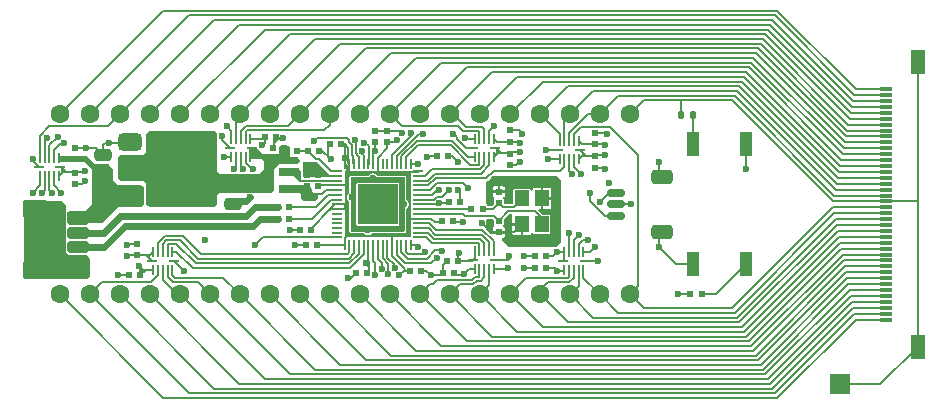
<source format=gtl>
%TF.GenerationSoftware,KiCad,Pcbnew,9.0.1*%
%TF.CreationDate,2025-10-13T15:59:09-06:00*%
%TF.ProjectId,inconsole,696e636f-6e73-46f6-9c65-2e6b69636164,rev?*%
%TF.SameCoordinates,Original*%
%TF.FileFunction,Copper,L1,Top*%
%TF.FilePolarity,Positive*%
%FSLAX46Y46*%
G04 Gerber Fmt 4.6, Leading zero omitted, Abs format (unit mm)*
G04 Created by KiCad (PCBNEW 9.0.1) date 2025-10-13 15:59:09*
%MOMM*%
%LPD*%
G01*
G04 APERTURE LIST*
G04 Aperture macros list*
%AMRoundRect*
0 Rectangle with rounded corners*
0 $1 Rounding radius*
0 $2 $3 $4 $5 $6 $7 $8 $9 X,Y pos of 4 corners*
0 Add a 4 corners polygon primitive as box body*
4,1,4,$2,$3,$4,$5,$6,$7,$8,$9,$2,$3,0*
0 Add four circle primitives for the rounded corners*
1,1,$1+$1,$2,$3*
1,1,$1+$1,$4,$5*
1,1,$1+$1,$6,$7*
1,1,$1+$1,$8,$9*
0 Add four rect primitives between the rounded corners*
20,1,$1+$1,$2,$3,$4,$5,0*
20,1,$1+$1,$4,$5,$6,$7,0*
20,1,$1+$1,$6,$7,$8,$9,0*
20,1,$1+$1,$8,$9,$2,$3,0*%
G04 Aperture macros list end*
%TA.AperFunction,HeatsinkPad*%
%ADD10R,1.050000X2.000000*%
%TD*%
%TA.AperFunction,SMDPad,CuDef*%
%ADD11R,0.560000X0.620000*%
%TD*%
%TA.AperFunction,SMDPad,CuDef*%
%ADD12R,1.200000X1.400000*%
%TD*%
%TA.AperFunction,SMDPad,CuDef*%
%ADD13RoundRect,0.250000X0.475000X-0.250000X0.475000X0.250000X-0.475000X0.250000X-0.475000X-0.250000X0*%
%TD*%
%TA.AperFunction,SMDPad,CuDef*%
%ADD14R,1.000000X0.300000*%
%TD*%
%TA.AperFunction,SMDPad,CuDef*%
%ADD15R,1.300000X2.000000*%
%TD*%
%TA.AperFunction,SMDPad,CuDef*%
%ADD16R,0.620000X0.560000*%
%TD*%
%TA.AperFunction,SMDPad,CuDef*%
%ADD17RoundRect,0.250000X-0.475000X0.250000X-0.475000X-0.250000X0.475000X-0.250000X0.475000X0.250000X0*%
%TD*%
%TA.AperFunction,SMDPad,CuDef*%
%ADD18R,0.203200X0.863600*%
%TD*%
%TA.AperFunction,SMDPad,CuDef*%
%ADD19R,0.863600X0.203200*%
%TD*%
%TA.AperFunction,SMDPad,CuDef*%
%ADD20R,1.700000X0.700000*%
%TD*%
%TA.AperFunction,SMDPad,CuDef*%
%ADD21RoundRect,0.166667X-0.733333X0.333333X-0.733333X-0.333333X0.733333X-0.333333X0.733333X0.333333X0*%
%TD*%
%TA.AperFunction,HeatsinkPad*%
%ADD22C,0.600000*%
%TD*%
%TA.AperFunction,SMDPad,CuDef*%
%ADD23RoundRect,0.100000X-0.900000X0.625000X-0.900000X-0.625000X0.900000X-0.625000X0.900000X0.625000X0*%
%TD*%
%TA.AperFunction,ComponentPad*%
%ADD24C,0.600000*%
%TD*%
%TA.AperFunction,SMDPad,CuDef*%
%ADD25R,0.200000X0.875000*%
%TD*%
%TA.AperFunction,SMDPad,CuDef*%
%ADD26R,0.875000X0.200000*%
%TD*%
%TA.AperFunction,SMDPad,CuDef*%
%ADD27R,3.400000X3.400000*%
%TD*%
%TA.AperFunction,ComponentPad*%
%ADD28R,1.700000X1.700000*%
%TD*%
%TA.AperFunction,SMDPad,CuDef*%
%ADD29RoundRect,0.375000X-0.625000X-0.375000X0.625000X-0.375000X0.625000X0.375000X-0.625000X0.375000X0*%
%TD*%
%TA.AperFunction,SMDPad,CuDef*%
%ADD30RoundRect,0.500000X-0.500000X-1.400000X0.500000X-1.400000X0.500000X1.400000X-0.500000X1.400000X0*%
%TD*%
%TA.AperFunction,SMDPad,CuDef*%
%ADD31RoundRect,0.135000X0.135000X0.185000X-0.135000X0.185000X-0.135000X-0.185000X0.135000X-0.185000X0*%
%TD*%
%TA.AperFunction,SMDPad,CuDef*%
%ADD32RoundRect,0.150000X0.625000X-0.150000X0.625000X0.150000X-0.625000X0.150000X-0.625000X-0.150000X0*%
%TD*%
%TA.AperFunction,SMDPad,CuDef*%
%ADD33RoundRect,0.250000X0.650000X-0.350000X0.650000X0.350000X-0.650000X0.350000X-0.650000X-0.350000X0*%
%TD*%
%TA.AperFunction,ComponentPad*%
%ADD34C,1.600000*%
%TD*%
%TA.AperFunction,ViaPad*%
%ADD35C,0.600000*%
%TD*%
%TA.AperFunction,Conductor*%
%ADD36C,0.200000*%
%TD*%
%TA.AperFunction,Conductor*%
%ADD37C,0.600000*%
%TD*%
G04 APERTURE END LIST*
D10*
%TO.P,SW2,1,1*%
%TO.N,Net-(R4-Pad1)*%
X129855000Y-116840000D03*
%TO.P,SW2,2,2*%
%TO.N,Net-(U8-RUN)*%
X134305000Y-116840000D03*
%TD*%
%TO.P,SW1,1,1*%
%TO.N,GND*%
X129855000Y-127000000D03*
%TO.P,SW1,2,2*%
%TO.N,/~{USB_BOOT}*%
X134305000Y-127000000D03*
%TD*%
D11*
%TO.P,R7,1*%
%TO.N,D+*%
X94650000Y-123120000D03*
%TO.P,R7,2*%
%TO.N,Net-(U8-USB_DP)*%
X95610000Y-123120000D03*
%TD*%
%TO.P,R2,1*%
%TO.N,/XOUT*%
X111050000Y-122320000D03*
%TO.P,R2,2*%
%TO.N,Net-(C21-Pad1)*%
X112010000Y-122320000D03*
%TD*%
D12*
%TO.P,Y1,1,1*%
%TO.N,/XIN*%
X117020000Y-123620000D03*
%TO.P,Y1,2,2*%
%TO.N,GND*%
X117020000Y-121420000D03*
%TO.P,Y1,3,3*%
%TO.N,Net-(C21-Pad1)*%
X115320000Y-121420000D03*
%TO.P,Y1,4,4*%
%TO.N,GND*%
X115320000Y-123620000D03*
%TD*%
D13*
%TO.P,C1,1*%
%TO.N,+5V*%
X79830000Y-119620000D03*
%TO.P,C1,2*%
%TO.N,GND*%
X79830000Y-117720000D03*
%TD*%
D14*
%TO.P,J2,1,+5V*%
%TO.N,NES_5v*%
X146140000Y-131670001D03*
%TO.P,J2,2,OUT0*%
%TO.N,OUT0*%
X146140000Y-131170002D03*
%TO.P,J2,3,OUT1*%
%TO.N,OUT1*%
X146140000Y-130670000D03*
%TO.P,J2,4,OUT2*%
%TO.N,OUT2*%
X146140000Y-130170001D03*
%TO.P,J2,5,/OE1*%
%TO.N,{slash}OE1*%
X146140000Y-129670000D03*
%TO.P,J2,6,/OE2*%
%TO.N,{slash}OE2*%
X146140000Y-129170001D03*
%TO.P,J2,7,R/W*%
%TO.N,R{slash}W*%
X146140000Y-128670002D03*
%TO.P,J2,8,/NMI*%
%TO.N,{slash}NMI*%
X146140000Y-128170000D03*
%TO.P,J2,9,/IRQ*%
%TO.N,{slash}IRQ*%
X146140000Y-127670001D03*
%TO.P,J2,10,M2*%
%TO.N,M2*%
X146140000Y-127170002D03*
%TO.P,J2,11,TST*%
%TO.N,TST*%
X146140000Y-126670001D03*
%TO.P,J2,12,CLK*%
%TO.N,CLK*%
X146140000Y-126170002D03*
%TO.P,J2,13,D0*%
%TO.N,D0*%
X146140000Y-125670000D03*
%TO.P,J2,14,D1*%
%TO.N,D1*%
X146140000Y-125170001D03*
%TO.P,J2,15,D2*%
%TO.N,D2*%
X146140000Y-124670002D03*
%TO.P,J2,16,D3*%
%TO.N,D3*%
X146140000Y-124170001D03*
%TO.P,J2,17,D4*%
%TO.N,D4*%
X146140000Y-123670002D03*
%TO.P,J2,18,D5*%
%TO.N,D5*%
X146140000Y-123170000D03*
%TO.P,J2,19,D6*%
%TO.N,D6*%
X146140000Y-122670001D03*
%TO.P,J2,20,D7*%
%TO.N,D7*%
X146140000Y-122170002D03*
%TO.P,J2,21,GND*%
%TO.N,GND*%
X146140000Y-121670000D03*
%TO.P,J2,22,A15*%
%TO.N,A15*%
X146140000Y-121170002D03*
%TO.P,J2,23,A14*%
%TO.N,A14*%
X146140000Y-120670000D03*
%TO.P,J2,24,A13*%
%TO.N,A13*%
X146140000Y-120170001D03*
%TO.P,J2,25,A12*%
%TO.N,A12*%
X146140000Y-119670002D03*
%TO.P,J2,26,A11*%
%TO.N,A11*%
X146140000Y-119170000D03*
%TO.P,J2,27,A10*%
%TO.N,A10*%
X146140000Y-118670001D03*
%TO.P,J2,28,A9*%
%TO.N,A9*%
X146140000Y-118170000D03*
%TO.P,J2,29,A8*%
%TO.N,A8*%
X146140000Y-117670001D03*
%TO.P,J2,30,A7*%
%TO.N,A7*%
X146140000Y-117170002D03*
%TO.P,J2,31,A6*%
%TO.N,A6*%
X146140000Y-116670000D03*
%TO.P,J2,32,A5*%
%TO.N,A5*%
X146140000Y-116170001D03*
%TO.P,J2,33,A4*%
%TO.N,A4*%
X146140000Y-115670000D03*
%TO.P,J2,34,A3*%
%TO.N,A3*%
X146140000Y-115170001D03*
%TO.P,J2,35,A2*%
%TO.N,A2*%
X146140000Y-114670002D03*
%TO.P,J2,36,A1*%
%TO.N,A1*%
X146140000Y-114170000D03*
%TO.P,J2,37,A0*%
%TO.N,A0*%
X146140000Y-113670001D03*
%TO.P,J2,38,RST*%
%TO.N,RST*%
X146140000Y-113170000D03*
%TO.P,J2,39,AD2*%
%TO.N,AD2*%
X146140000Y-112670001D03*
%TO.P,J2,40,AD1*%
%TO.N,AD1*%
X146140000Y-112170002D03*
D15*
%TO.P,J2,P1,P1*%
%TO.N,GND*%
X148839999Y-133969981D03*
%TO.P,J2,P2,P2*%
X148839999Y-109870019D03*
%TD*%
D16*
%TO.P,C10,1*%
%TO.N,+5V*%
X77530000Y-118100000D03*
%TO.P,C10,2*%
%TO.N,GND*%
X77530000Y-117140000D03*
%TD*%
D17*
%TO.P,C19,1*%
%TO.N,+3.3V*%
X90830000Y-119970000D03*
%TO.P,C19,2*%
%TO.N,GND*%
X90830000Y-121870000D03*
%TD*%
D18*
%TO.P,U2,1,VCCA*%
%TO.N,+5V*%
X76130001Y-117957800D03*
%TO.P,U2,2,A1*%
%TO.N,A2*%
X75729999Y-117957800D03*
%TO.P,U2,3,A2*%
%TO.N,A1*%
X75330000Y-117957800D03*
%TO.P,U2,4,A3*%
%TO.N,A0*%
X74930001Y-117957800D03*
%TO.P,U2,5,A4*%
%TO.N,RST*%
X74529999Y-117957800D03*
D19*
%TO.P,U2,6,GND*%
%TO.N,GND*%
X74402900Y-118732500D03*
D18*
%TO.P,U2,7,B4Y*%
%TO.N,RST_3*%
X74529999Y-119507200D03*
%TO.P,U2,8,B3Y*%
%TO.N,A0_3*%
X74930001Y-119507200D03*
%TO.P,U2,9,B2Y*%
%TO.N,A1_3*%
X75330000Y-119507200D03*
%TO.P,U2,10,B1Y*%
%TO.N,A2_3*%
X75729999Y-119507200D03*
%TO.P,U2,11,VCCB*%
%TO.N,+3.3V*%
X76130001Y-119507200D03*
D19*
%TO.P,U2,12,OE*%
X76257100Y-118732500D03*
%TD*%
D16*
%TO.P,C21,1*%
%TO.N,Net-(C21-Pad1)*%
X113370000Y-121800000D03*
%TO.P,C21,2*%
%TO.N,GND*%
X113370000Y-120840000D03*
%TD*%
%TO.P,C3,1*%
%TO.N,+5V*%
X121530000Y-116800000D03*
%TO.P,C3,2*%
%TO.N,GND*%
X121530000Y-115840000D03*
%TD*%
%TO.P,C17,1*%
%TO.N,+1.1V*%
X102930000Y-116650000D03*
%TO.P,C17,2*%
%TO.N,GND*%
X102930000Y-115690000D03*
%TD*%
D18*
%TO.P,U5,1,VCCA*%
%TO.N,+5V*%
X84130000Y-127469400D03*
%TO.P,U5,2,A1*%
%TO.N,OUT0*%
X84530002Y-127469400D03*
%TO.P,U5,3,A2*%
%TO.N,{slash}OE1*%
X84930001Y-127469400D03*
%TO.P,U5,4,A3*%
%TO.N,{slash}OE2*%
X85330000Y-127469400D03*
%TO.P,U5,5,A4*%
%TO.N,R{slash}W*%
X85730002Y-127469400D03*
D19*
%TO.P,U5,6,GND*%
%TO.N,GND*%
X85857101Y-126694700D03*
D18*
%TO.P,U5,7,B4Y*%
%TO.N,R{slash}W_3*%
X85730002Y-125920000D03*
%TO.P,U5,8,B3Y*%
%TO.N,{slash}OE2_3*%
X85330000Y-125920000D03*
%TO.P,U5,9,B2Y*%
%TO.N,{slash}OE1_3*%
X84930001Y-125920000D03*
%TO.P,U5,10,B1Y*%
%TO.N,OUT0_3*%
X84530002Y-125920000D03*
%TO.P,U5,11,VCCB*%
%TO.N,+3.3V*%
X84130000Y-125920000D03*
D19*
%TO.P,U5,12,OE*%
X84002901Y-126694700D03*
%TD*%
D20*
%TO.P,L1,1,1*%
%TO.N,+1.1V*%
X95620000Y-120620000D03*
%TO.P,L1,2,2*%
%TO.N,Net-(U8-VREG_LX)*%
X95620000Y-119220000D03*
%TD*%
D18*
%TO.P,U6,1,VCCA*%
%TO.N,+5V*%
X111329999Y-127394700D03*
%TO.P,U6,2,A1*%
%TO.N,D0*%
X111730001Y-127394700D03*
%TO.P,U6,3,A2*%
%TO.N,D1*%
X112130000Y-127394700D03*
%TO.P,U6,4,A3*%
%TO.N,D2*%
X112529999Y-127394700D03*
%TO.P,U6,5,A4*%
%TO.N,M2*%
X112930001Y-127394700D03*
D19*
%TO.P,U6,6,GND*%
%TO.N,GND*%
X113057100Y-126620000D03*
D18*
%TO.P,U6,7,B4Y*%
%TO.N,M2_3*%
X112930001Y-125845300D03*
%TO.P,U6,8,B3Y*%
%TO.N,D2_3*%
X112529999Y-125845300D03*
%TO.P,U6,9,B2Y*%
%TO.N,D1_3*%
X112130000Y-125845300D03*
%TO.P,U6,10,B1Y*%
%TO.N,D0_3*%
X111730001Y-125845300D03*
%TO.P,U6,11,VCCB*%
%TO.N,+3.3V*%
X111329999Y-125845300D03*
D19*
%TO.P,U6,12,OE*%
X111202900Y-126620000D03*
%TD*%
D11*
%TO.P,C28,1*%
%TO.N,+3.3V*%
X105850000Y-127520000D03*
%TO.P,C28,2*%
%TO.N,GND*%
X106810000Y-127520000D03*
%TD*%
D18*
%TO.P,U7,1,VCCA*%
%TO.N,+5V*%
X120130001Y-116545300D03*
%TO.P,U7,2,A1*%
%TO.N,D7*%
X119729999Y-116545300D03*
%TO.P,U7,3,A2*%
%TO.N,A15*%
X119330000Y-116545300D03*
%TO.P,U7,4,A3*%
%TO.N,A14*%
X118930001Y-116545300D03*
%TO.P,U7,5,A4*%
%TO.N,A13*%
X118529999Y-116545300D03*
D19*
%TO.P,U7,6,GND*%
%TO.N,GND*%
X118402900Y-117320000D03*
D18*
%TO.P,U7,7,B4Y*%
%TO.N,A13_3*%
X118529999Y-118094700D03*
%TO.P,U7,8,B3Y*%
%TO.N,A14_3*%
X118930001Y-118094700D03*
%TO.P,U7,9,B2Y*%
%TO.N,A15_3*%
X119330000Y-118094700D03*
%TO.P,U7,10,B1Y*%
%TO.N,D7_3*%
X119729999Y-118094700D03*
%TO.P,U7,11,VCCB*%
%TO.N,+3.3V*%
X120130001Y-118094700D03*
D19*
%TO.P,U7,12,OE*%
X120257100Y-117320000D03*
%TD*%
D21*
%TO.P,J1,1,Pin_1*%
%TO.N,+5V*%
X77780000Y-123120000D03*
%TO.P,J1,2,Pin_2*%
%TO.N,D-*%
X77780000Y-124320000D03*
%TO.P,J1,3,Pin_3*%
%TO.N,D+*%
X77780000Y-125520000D03*
%TO.P,J1,4,Pin_4*%
%TO.N,GND*%
X77780000Y-126720000D03*
D22*
%TO.P,J1,MP,MountPin*%
X74780000Y-121920000D03*
D23*
X74080000Y-122345000D03*
D22*
X74780000Y-122720000D03*
X74080000Y-122720000D03*
X73380000Y-122720000D03*
X74780000Y-127120000D03*
X74080000Y-127120000D03*
D24*
X73380000Y-127120000D03*
D23*
X74080000Y-127495000D03*
D22*
X74780000Y-127870000D03*
%TD*%
D11*
%TO.P,R6,1*%
%TO.N,Net-(U8-QSPI_SS)*%
X129580000Y-129520000D03*
%TO.P,R6,2*%
%TO.N,/~{USB_BOOT}*%
X130540000Y-129520000D03*
%TD*%
%TO.P,C24,1*%
%TO.N,+1.1V*%
X109150000Y-121720000D03*
%TO.P,C24,2*%
%TO.N,GND*%
X110110000Y-121720000D03*
%TD*%
%TO.P,C6,1*%
%TO.N,+5V*%
X117410000Y-127320000D03*
%TO.P,C6,2*%
%TO.N,GND*%
X116450000Y-127320000D03*
%TD*%
D25*
%TO.P,U8,1,IOVDD*%
%TO.N,+3.3V*%
X100330000Y-125357500D03*
%TO.P,U8,2,GPIO0*%
%TO.N,OUT0_3*%
X100730000Y-125357500D03*
%TO.P,U8,3,GPIO1*%
%TO.N,{slash}OE1_3*%
X101130000Y-125357500D03*
%TO.P,U8,4,GPIO2*%
%TO.N,{slash}OE2_3*%
X101530000Y-125357500D03*
%TO.P,U8,5,GPIO3*%
%TO.N,R{slash}W_3*%
X101930000Y-125357500D03*
%TO.P,U8,6,DVDD*%
%TO.N,+1.1V*%
X102330000Y-125357500D03*
%TO.P,U8,7,GPIO4*%
%TO.N,A1_3*%
X102730000Y-125357500D03*
%TO.P,U8,8,GPIO5*%
%TO.N,A2_3*%
X103130000Y-125357500D03*
%TO.P,U8,9,GPIO6*%
%TO.N,A0_3*%
X103530000Y-125357500D03*
%TO.P,U8,10,GPIO7*%
%TO.N,RST_3*%
X103930000Y-125357500D03*
%TO.P,U8,11,IOVDD*%
%TO.N,+3.3V*%
X104330000Y-125357500D03*
%TO.P,U8,12,GPIO8*%
%TO.N,D4_3*%
X104730000Y-125357500D03*
%TO.P,U8,13,GPIO9*%
%TO.N,D3_3*%
X105130000Y-125357500D03*
%TO.P,U8,14,GPIO10*%
%TO.N,D5_3*%
X105530000Y-125357500D03*
%TO.P,U8,15,GPIO11*%
%TO.N,D6_3*%
X105930000Y-125357500D03*
D26*
%TO.P,U8,16,GPIO12*%
%TO.N,D0_3*%
X106567500Y-124720000D03*
%TO.P,U8,17,GPIO13*%
%TO.N,D1_3*%
X106567500Y-124320000D03*
%TO.P,U8,18,GPIO14*%
%TO.N,D2_3*%
X106567500Y-123920000D03*
%TO.P,U8,19,GPIO15*%
%TO.N,M2_3*%
X106567500Y-123520000D03*
%TO.P,U8,20,IOVDD*%
%TO.N,+3.3V*%
X106567500Y-123120000D03*
%TO.P,U8,21,XIN*%
%TO.N,/XIN*%
X106567500Y-122720000D03*
%TO.P,U8,22,XOUT*%
%TO.N,/XOUT*%
X106567500Y-122320000D03*
%TO.P,U8,23,DVDD*%
%TO.N,+1.1V*%
X106567500Y-121920000D03*
%TO.P,U8,24,SWCLK*%
%TO.N,/SWCLK*%
X106567500Y-121520000D03*
%TO.P,U8,25,SWDIO*%
%TO.N,/SWD*%
X106567500Y-121120000D03*
%TO.P,U8,26,RUN*%
%TO.N,Net-(U8-RUN)*%
X106567500Y-120720000D03*
%TO.P,U8,27,GPIO16*%
%TO.N,A14_3*%
X106567500Y-120320000D03*
%TO.P,U8,28,GPIO17*%
%TO.N,A9_3*%
X106567500Y-119920000D03*
%TO.P,U8,29,GPIO18*%
%TO.N,A10_3*%
X106567500Y-119520000D03*
%TO.P,U8,30,IOVDD*%
%TO.N,+3.3V*%
X106567500Y-119120000D03*
D25*
%TO.P,U8,31,GPIO19*%
%TO.N,D7_3*%
X105930000Y-118482500D03*
%TO.P,U8,32,GPIO20*%
%TO.N,A8_3*%
X105530000Y-118482500D03*
%TO.P,U8,33,GPIO21*%
%TO.N,A7_3*%
X105130000Y-118482500D03*
%TO.P,U8,34,GPIO22*%
%TO.N,A13_3*%
X104730000Y-118482500D03*
%TO.P,U8,35,GPIO23*%
%TO.N,A15_3*%
X104330000Y-118482500D03*
%TO.P,U8,36,GPIO24*%
%TO.N,unconnected-(U8-GPIO24-Pad36)*%
X103930000Y-118482500D03*
%TO.P,U8,37,GPIO25*%
%TO.N,unconnected-(U8-GPIO25-Pad37)*%
X103530000Y-118482500D03*
%TO.P,U8,38,IOVDD*%
%TO.N,+3.3V*%
X103130000Y-118482500D03*
%TO.P,U8,39,DVDD*%
%TO.N,+1.1V*%
X102730000Y-118482500D03*
%TO.P,U8,40,GPIO26_ADC0*%
%TO.N,A6_3*%
X102330000Y-118482500D03*
%TO.P,U8,41,GPIO27_ADC1*%
%TO.N,A5_3*%
X101930000Y-118482500D03*
%TO.P,U8,42,GPIO28_ADC2*%
%TO.N,A3_3*%
X101530000Y-118482500D03*
%TO.P,U8,43,GPIO29_ADC3*%
%TO.N,A4_3*%
X101130000Y-118482500D03*
%TO.P,U8,44,ADC_AVDD*%
%TO.N,+3.3V*%
X100730000Y-118482500D03*
%TO.P,U8,45,IOVDD*%
X100330000Y-118482500D03*
D26*
%TO.P,U8,46,VREG_AVDD*%
%TO.N,Net-(U8-VREG_AVDD)*%
X99692500Y-119120000D03*
%TO.P,U8,47,VREG_PGND*%
%TO.N,GND*%
X99692500Y-119520000D03*
%TO.P,U8,48,VREG_LX*%
%TO.N,Net-(U8-VREG_LX)*%
X99692500Y-119920000D03*
%TO.P,U8,49,VREG_VIN*%
%TO.N,+3.3V*%
X99692500Y-120320000D03*
%TO.P,U8,50,VREG_FB*%
%TO.N,+1.1V*%
X99692500Y-120720000D03*
%TO.P,U8,51,USB_DM*%
%TO.N,Net-(U8-USB_DM)*%
X99692500Y-121120000D03*
%TO.P,U8,52,USB_DP*%
%TO.N,Net-(U8-USB_DP)*%
X99692500Y-121520000D03*
%TO.P,U8,53,USB_OTP_VDD*%
%TO.N,+3.3V*%
X99692500Y-121920000D03*
%TO.P,U8,54,QSPI_IOVDD*%
X99692500Y-122320000D03*
%TO.P,U8,55,QSPI_SD3*%
%TO.N,unconnected-(U8-QSPI_SD3-Pad55)*%
X99692500Y-122720000D03*
%TO.P,U8,56,QSPI_SCLK*%
%TO.N,unconnected-(U8-QSPI_SCLK-Pad56)*%
X99692500Y-123120000D03*
%TO.P,U8,57,QSPI_SD0*%
%TO.N,unconnected-(U8-QSPI_SD0-Pad57)*%
X99692500Y-123520000D03*
%TO.P,U8,58,QSPI_SD2*%
%TO.N,unconnected-(U8-QSPI_SD2-Pad58)*%
X99692500Y-123920000D03*
%TO.P,U8,59,QSPI_SD1*%
%TO.N,unconnected-(U8-QSPI_SD1-Pad59)*%
X99692500Y-124320000D03*
%TO.P,U8,60,QSPI_SS*%
%TO.N,Net-(U8-QSPI_SS)*%
X99692500Y-124720000D03*
D22*
%TO.P,U8,61,GND*%
%TO.N,GND*%
X102280000Y-122770000D03*
X103130000Y-122770000D03*
X103980000Y-122770000D03*
X102280000Y-121920000D03*
X103130000Y-121920000D03*
D27*
X103130000Y-121920000D03*
D22*
X103980000Y-121920000D03*
X102280000Y-121070000D03*
X103130000Y-121070000D03*
X103980000Y-121070000D03*
%TD*%
D16*
%TO.P,C15,1*%
%TO.N,+3.3V*%
X121530000Y-117840000D03*
%TO.P,C15,2*%
%TO.N,GND*%
X121530000Y-118800000D03*
%TD*%
D11*
%TO.P,R8,1*%
%TO.N,D-*%
X94650000Y-122120000D03*
%TO.P,R8,2*%
%TO.N,Net-(U8-USB_DM)*%
X95610000Y-122120000D03*
%TD*%
D16*
%TO.P,C11,1*%
%TO.N,+5V*%
X114330000Y-116600000D03*
%TO.P,C11,2*%
%TO.N,GND*%
X114330000Y-115640000D03*
%TD*%
D28*
%TO.P,J3,1,Pin_1*%
%TO.N,GND*%
X142240000Y-137160000D03*
%TD*%
D11*
%TO.P,C32,1*%
%TO.N,+3.3V*%
X98010000Y-125320000D03*
%TO.P,C32,2*%
%TO.N,GND*%
X97050000Y-125320000D03*
%TD*%
D16*
%TO.P,C22,1*%
%TO.N,+1.1V*%
X97105000Y-120400000D03*
%TO.P,C22,2*%
%TO.N,GND*%
X97105000Y-119440000D03*
%TD*%
%TO.P,C31,1*%
%TO.N,+3.3V*%
X98030000Y-120400000D03*
%TO.P,C31,2*%
%TO.N,GND*%
X98030000Y-119440000D03*
%TD*%
D18*
%TO.P,U9,1,VCCA*%
%TO.N,+5V*%
X92330001Y-116370600D03*
%TO.P,U9,2,A1*%
%TO.N,A6*%
X91929999Y-116370600D03*
%TO.P,U9,3,A2*%
%TO.N,A5*%
X91530000Y-116370600D03*
%TO.P,U9,4,A3*%
%TO.N,A3*%
X91130001Y-116370600D03*
%TO.P,U9,5,A4*%
%TO.N,A4*%
X90729999Y-116370600D03*
D19*
%TO.P,U9,6,GND*%
%TO.N,GND*%
X90602900Y-117145300D03*
D18*
%TO.P,U9,7,B4Y*%
%TO.N,A4_3*%
X90729999Y-117920000D03*
%TO.P,U9,8,B3Y*%
%TO.N,A3_3*%
X91130001Y-117920000D03*
%TO.P,U9,9,B2Y*%
%TO.N,A5_3*%
X91530000Y-117920000D03*
%TO.P,U9,10,B1Y*%
%TO.N,A6_3*%
X91929999Y-117920000D03*
%TO.P,U9,11,VCCB*%
%TO.N,+3.3V*%
X92330001Y-117920000D03*
D19*
%TO.P,U9,12,OE*%
X92457100Y-117145300D03*
%TD*%
D11*
%TO.P,C12,1*%
%TO.N,+3.3V*%
X109910000Y-126720000D03*
%TO.P,C12,2*%
%TO.N,GND*%
X108950000Y-126720000D03*
%TD*%
D29*
%TO.P,U11,1,GND*%
%TO.N,GND*%
X82180000Y-116620000D03*
%TO.P,U11,2,VO*%
%TO.N,+3.3V*%
X82180000Y-118920000D03*
D30*
X88480000Y-118920000D03*
D29*
%TO.P,U11,3,VI*%
%TO.N,+5V*%
X82180000Y-121220000D03*
%TD*%
D16*
%TO.P,C7,1*%
%TO.N,+3.3V*%
X114330000Y-117640000D03*
%TO.P,C7,2*%
%TO.N,GND*%
X114330000Y-118600000D03*
%TD*%
%TO.P,C20,1*%
%TO.N,/XIN*%
X113370000Y-123340000D03*
%TO.P,C20,2*%
%TO.N,GND*%
X113370000Y-124300000D03*
%TD*%
%TO.P,C26,1*%
%TO.N,+3.3V*%
X103930000Y-116650000D03*
%TO.P,C26,2*%
%TO.N,GND*%
X103930000Y-115690000D03*
%TD*%
D11*
%TO.P,C4,1*%
%TO.N,+5V*%
X93550000Y-116220000D03*
%TO.P,C4,2*%
%TO.N,GND*%
X94510000Y-116220000D03*
%TD*%
%TO.P,R1,1*%
%TO.N,Net-(U8-VREG_AVDD)*%
X96250000Y-117420000D03*
%TO.P,R1,2*%
%TO.N,+3.3V*%
X95290000Y-117420000D03*
%TD*%
%TO.P,C5,1*%
%TO.N,+3.3V*%
X117410000Y-126320000D03*
%TO.P,C5,2*%
%TO.N,GND*%
X116450000Y-126320000D03*
%TD*%
%TO.P,C16,1*%
%TO.N,Net-(U8-VREG_AVDD)*%
X97190000Y-117420000D03*
%TO.P,C16,2*%
%TO.N,GND*%
X98150000Y-117420000D03*
%TD*%
D16*
%TO.P,C13,1*%
%TO.N,+3.3V*%
X94230000Y-118100000D03*
%TO.P,C13,2*%
%TO.N,GND*%
X94230000Y-117140000D03*
%TD*%
D11*
%TO.P,C14,1*%
%TO.N,+5V*%
X109610000Y-127720000D03*
%TO.P,C14,2*%
%TO.N,GND*%
X108650000Y-127720000D03*
%TD*%
D16*
%TO.P,C9,1*%
%TO.N,+3.3V*%
X82730000Y-126200000D03*
%TO.P,C9,2*%
%TO.N,GND*%
X82730000Y-125240000D03*
%TD*%
D11*
%TO.P,C30,1*%
%TO.N,+3.3V*%
X97510000Y-124120000D03*
%TO.P,C30,2*%
%TO.N,GND*%
X96550000Y-124120000D03*
%TD*%
%TO.P,C8,1*%
%TO.N,+5V*%
X83010000Y-127920000D03*
%TO.P,C8,2*%
%TO.N,GND*%
X82050000Y-127920000D03*
%TD*%
%TO.P,C27,1*%
%TO.N,+3.3V*%
X108150000Y-117820000D03*
%TO.P,C27,2*%
%TO.N,GND*%
X109110000Y-117820000D03*
%TD*%
D18*
%TO.P,U3,1,VCCA*%
%TO.N,+5V*%
X112930001Y-116345300D03*
%TO.P,U3,2,A1*%
%TO.N,A9*%
X112529999Y-116345300D03*
%TO.P,U3,3,A2*%
%TO.N,A10*%
X112130000Y-116345300D03*
%TO.P,U3,4,A3*%
%TO.N,A8*%
X111730001Y-116345300D03*
%TO.P,U3,5,A4*%
%TO.N,A7*%
X111329999Y-116345300D03*
D19*
%TO.P,U3,6,GND*%
%TO.N,GND*%
X111202900Y-117120000D03*
D18*
%TO.P,U3,7,B4Y*%
%TO.N,A7_3*%
X111329999Y-117894700D03*
%TO.P,U3,8,B3Y*%
%TO.N,A8_3*%
X111730001Y-117894700D03*
%TO.P,U3,9,B2Y*%
%TO.N,A10_3*%
X112130000Y-117894700D03*
%TO.P,U3,10,B1Y*%
%TO.N,A9_3*%
X112529999Y-117894700D03*
%TO.P,U3,11,VCCB*%
%TO.N,+3.3V*%
X112930001Y-117894700D03*
D19*
%TO.P,U3,12,OE*%
X113057100Y-117120000D03*
%TD*%
D31*
%TO.P,R4,1*%
%TO.N,Net-(R4-Pad1)*%
X129840000Y-114320000D03*
%TO.P,R4,2*%
%TO.N,GND*%
X128820000Y-114320000D03*
%TD*%
D11*
%TO.P,C18,1*%
%TO.N,+3.3V*%
X108550000Y-123320000D03*
%TO.P,C18,2*%
%TO.N,GND*%
X109510000Y-123320000D03*
%TD*%
D16*
%TO.P,C2,1*%
%TO.N,+3.3V*%
X77530000Y-119240000D03*
%TO.P,C2,2*%
%TO.N,GND*%
X77530000Y-120200000D03*
%TD*%
D32*
%TO.P,J4,1,Pin_1*%
%TO.N,/SWCLK*%
X123330000Y-122920000D03*
%TO.P,J4,2,Pin_2*%
%TO.N,GND*%
X123330000Y-121920000D03*
%TO.P,J4,3,Pin_3*%
%TO.N,/SWD*%
X123330000Y-120920000D03*
D33*
%TO.P,J4,MP,MountPin*%
%TO.N,GND*%
X127205000Y-124220000D03*
X127205000Y-119620000D03*
%TD*%
D11*
%TO.P,C29,1*%
%TO.N,+3.3V*%
X100010000Y-116820000D03*
%TO.P,C29,2*%
%TO.N,GND*%
X99050000Y-116820000D03*
%TD*%
%TO.P,C25,1*%
%TO.N,+1.1V*%
X102210000Y-127770000D03*
%TO.P,C25,2*%
%TO.N,GND*%
X101250000Y-127770000D03*
%TD*%
D18*
%TO.P,U4,1,VCCA*%
%TO.N,+5V*%
X118929999Y-127494700D03*
%TO.P,U4,2,A1*%
%TO.N,D3*%
X119330001Y-127494700D03*
%TO.P,U4,3,A2*%
%TO.N,D4*%
X119730000Y-127494700D03*
%TO.P,U4,4,A3*%
%TO.N,D5*%
X120129999Y-127494700D03*
%TO.P,U4,5,A4*%
%TO.N,D6*%
X120530001Y-127494700D03*
D19*
%TO.P,U4,6,GND*%
%TO.N,GND*%
X120657100Y-126720000D03*
D18*
%TO.P,U4,7,B4Y*%
%TO.N,D6_3*%
X120530001Y-125945300D03*
%TO.P,U4,8,B3Y*%
%TO.N,D5_3*%
X120129999Y-125945300D03*
%TO.P,U4,9,B2Y*%
%TO.N,D4_3*%
X119730000Y-125945300D03*
%TO.P,U4,10,B1Y*%
%TO.N,D3_3*%
X119330001Y-125945300D03*
%TO.P,U4,11,VCCB*%
%TO.N,+3.3V*%
X118929999Y-125945300D03*
D19*
%TO.P,U4,12,OE*%
X118802900Y-126720000D03*
%TD*%
D34*
%TO.P,U1,1,AD1*%
%TO.N,AD1*%
X76199999Y-114300000D03*
%TO.P,U1,2,AD2*%
%TO.N,AD2*%
X78739999Y-114300000D03*
%TO.P,U1,3,/RST*%
%TO.N,RST*%
X81279999Y-114300000D03*
%TO.P,U1,4,A00*%
%TO.N,A0*%
X83819999Y-114300000D03*
%TO.P,U1,5,A01*%
%TO.N,A1*%
X86359999Y-114300000D03*
%TO.P,U1,6,A02*%
%TO.N,A2*%
X88899999Y-114300000D03*
%TO.P,U1,7,A03*%
%TO.N,A3*%
X91439999Y-114300000D03*
%TO.P,U1,8,A04*%
%TO.N,A4*%
X93979999Y-114300000D03*
%TO.P,U1,9,A05*%
%TO.N,A5*%
X96519999Y-114300000D03*
%TO.P,U1,10,A06*%
%TO.N,A6*%
X99059999Y-114300000D03*
%TO.P,U1,11,A07*%
%TO.N,A7*%
X101599999Y-114300000D03*
%TO.P,U1,12,A08*%
%TO.N,A8*%
X104139999Y-114300000D03*
%TO.P,U1,13,A09*%
%TO.N,A9*%
X106679999Y-114300000D03*
%TO.P,U1,14,A10*%
%TO.N,A10*%
X109219999Y-114300000D03*
%TO.P,U1,15,A11*%
%TO.N,A11*%
X111759999Y-114300000D03*
%TO.P,U1,16,A12*%
%TO.N,A12*%
X114299999Y-114300000D03*
%TO.P,U1,17,A13*%
%TO.N,A13*%
X116839999Y-114300000D03*
%TO.P,U1,18,A14*%
%TO.N,A14*%
X119379999Y-114300000D03*
%TO.P,U1,19,A15*%
%TO.N,A15*%
X121919999Y-114300000D03*
%TO.P,U1,20,GND*%
%TO.N,GND*%
X124459999Y-114300000D03*
%TO.P,U1,21,D7*%
%TO.N,D7*%
X124459999Y-129540000D03*
%TO.P,U1,22,D6*%
%TO.N,D6*%
X121919999Y-129540000D03*
%TO.P,U1,23,D5*%
%TO.N,D5*%
X119379999Y-129540000D03*
%TO.P,U1,24,D4*%
%TO.N,D4*%
X116839999Y-129540000D03*
%TO.P,U1,25,D3*%
%TO.N,D3*%
X114299999Y-129540000D03*
%TO.P,U1,26,D2*%
%TO.N,D2*%
X111759999Y-129540000D03*
%TO.P,U1,27,D1*%
%TO.N,D1*%
X109219999Y-129540000D03*
%TO.P,U1,28,D0*%
%TO.N,D0*%
X106679999Y-129540000D03*
%TO.P,U1,29,CLK*%
%TO.N,CLK*%
X104139999Y-129540000D03*
%TO.P,U1,30,TST*%
%TO.N,TST*%
X101599999Y-129540000D03*
%TO.P,U1,31,M2*%
%TO.N,M2*%
X99059999Y-129540000D03*
%TO.P,U1,32,/IRQ*%
%TO.N,{slash}IRQ*%
X96519999Y-129540000D03*
%TO.P,U1,33,/NMI*%
%TO.N,{slash}NMI*%
X93979999Y-129540000D03*
%TO.P,U1,34,R/W*%
%TO.N,R{slash}W*%
X91439999Y-129540000D03*
%TO.P,U1,35,/OE2*%
%TO.N,{slash}OE2*%
X88899999Y-129540000D03*
%TO.P,U1,36,/OE1*%
%TO.N,{slash}OE1*%
X86359999Y-129540000D03*
%TO.P,U1,37,OUT2*%
%TO.N,OUT2*%
X83819999Y-129540000D03*
%TO.P,U1,38,OUT1*%
%TO.N,OUT1*%
X81279999Y-129540000D03*
%TO.P,U1,39,OUT0*%
%TO.N,OUT0*%
X78739999Y-129540000D03*
%TO.P,U1,40,+5V*%
%TO.N,NES_5v*%
X76199999Y-129540000D03*
%TD*%
D35*
%TO.N,GND*%
X115530000Y-126320000D03*
X113370000Y-119920000D03*
X92330000Y-121320000D03*
X115370000Y-125120000D03*
X126930000Y-118320000D03*
X114230000Y-126320000D03*
X96130000Y-125320000D03*
X97770000Y-118620000D03*
X115530000Y-127320000D03*
X117320000Y-125120000D03*
X109930000Y-118320000D03*
X100630000Y-128120000D03*
X78330000Y-119920000D03*
X78430000Y-117120000D03*
X111930000Y-123520000D03*
X117330000Y-117320000D03*
X95130000Y-116320000D03*
X81930000Y-125320000D03*
X124530000Y-121920000D03*
X126930000Y-125520000D03*
X80330000Y-116720000D03*
X105168990Y-115869312D03*
X81130000Y-127920000D03*
X115357685Y-115920000D03*
X117170000Y-119920000D03*
X95730000Y-124120000D03*
X109530000Y-115920000D03*
X89929999Y-116120000D03*
X121730000Y-126720000D03*
X99130000Y-118120000D03*
X122530000Y-115920000D03*
X110330000Y-123420000D03*
X107615933Y-127895202D03*
X73930000Y-118120000D03*
X86730000Y-127520000D03*
X115130000Y-118320000D03*
X122330000Y-118920000D03*
X97070000Y-118620000D03*
X109930000Y-120720000D03*
%TO.N,+3.3V*%
X78330000Y-119120000D03*
X110030000Y-126020000D03*
X107330000Y-117920000D03*
X96230000Y-118220000D03*
X104730000Y-116440003D03*
X83600000Y-118920000D03*
X81930000Y-126320000D03*
X88530000Y-121520000D03*
X122330000Y-117720000D03*
X88530000Y-124920000D03*
X100330000Y-118020000D03*
X118330000Y-125920000D03*
X115130000Y-117520000D03*
X104930000Y-127920000D03*
%TO.N,+5V*%
X79930000Y-121720000D03*
X110460426Y-127802054D03*
X93349999Y-116900001D03*
X82930000Y-127120000D03*
X122330000Y-116920000D03*
X115130000Y-116720000D03*
X118330000Y-127520000D03*
%TO.N,A2*%
X76530000Y-116720000D03*
%TO.N,A4*%
X90330000Y-115320000D03*
%TO.N,A0*%
X75130000Y-116320000D03*
%TO.N,A7*%
X110530000Y-116320000D03*
%TO.N,M2*%
X114130000Y-127320000D03*
%TO.N,A9*%
X112930000Y-115320000D03*
%TO.N,A1*%
X76020882Y-116210882D03*
%TO.N,RST_3*%
X104570228Y-127279772D03*
X73930000Y-120920000D03*
%TO.N,A0_3*%
X74730000Y-120920000D03*
X104027124Y-127792449D03*
%TO.N,A1_3*%
X75530000Y-120920000D03*
X102930000Y-127920000D03*
%TO.N,A2_3*%
X103450000Y-127361948D03*
X76330000Y-120920000D03*
%TO.N,A4_3*%
X97730000Y-116520000D03*
X90129999Y-117920000D03*
%TO.N,A5_3*%
X101831000Y-117440003D03*
X91729999Y-118920000D03*
%TO.N,A6_3*%
X92529999Y-118920000D03*
X101930000Y-116720000D03*
%TO.N,A3_3*%
X101230000Y-116440000D03*
X90929999Y-118920000D03*
%TO.N,A13_3*%
X117530000Y-118120000D03*
X106930000Y-115920000D03*
%TO.N,D7_3*%
X106530000Y-118520000D03*
X120330000Y-119320000D03*
%TO.N,A15_3*%
X105930000Y-115840000D03*
X119530000Y-119320000D03*
%TO.N,D6_3*%
X121530000Y-125520000D03*
X106530000Y-125520000D03*
%TO.N,D3_3*%
X108578999Y-125856537D03*
X119330000Y-124320000D03*
%TO.N,D4_3*%
X108130000Y-126420000D03*
X120130000Y-124520000D03*
%TO.N,D5_3*%
X107130000Y-125920000D03*
X120930000Y-124920000D03*
%TO.N,+1.1V*%
X97670000Y-121320000D03*
X100930000Y-121320000D03*
X102130000Y-126920000D03*
X96970000Y-121320000D03*
X102330000Y-124120000D03*
X105330000Y-121920000D03*
X108330000Y-121800000D03*
X102730000Y-119720000D03*
X102930000Y-117420000D03*
%TO.N,Net-(U8-QSPI_SS)*%
X92730000Y-125400000D03*
X128530000Y-129520000D03*
%TO.N,Net-(U8-RUN)*%
X110730000Y-120520000D03*
X122730000Y-120120000D03*
X134330000Y-118920000D03*
%TO.N,/SWCLK*%
X109130000Y-120720000D03*
X121130000Y-120920000D03*
%TO.N,/SWD*%
X121930000Y-121720000D03*
X108330000Y-120720000D03*
%TD*%
D36*
%TO.N,GND*%
X128730000Y-113120000D02*
X129530000Y-113120000D01*
%TO.N,Net-(R4-Pad1)*%
X129855000Y-116840000D02*
X129855000Y-114335000D01*
X129855000Y-114335000D02*
X129840000Y-114320000D01*
%TO.N,GND*%
X129855000Y-127000000D02*
X128410000Y-127000000D01*
X128410000Y-127000000D02*
X126930000Y-125520000D01*
%TO.N,/~{USB_BOOT}*%
X130540000Y-129520000D02*
X131785000Y-129520000D01*
X131785000Y-129520000D02*
X134305000Y-127000000D01*
%TO.N,Net-(U8-RUN)*%
X134305000Y-116840000D02*
X134305000Y-118895000D01*
X134305000Y-118895000D02*
X134330000Y-118920000D01*
%TO.N,GND*%
X99130000Y-118120000D02*
X98430000Y-117420000D01*
X145649980Y-137160000D02*
X148839999Y-133969981D01*
X117170000Y-119920000D02*
X113370000Y-119920000D01*
X113370000Y-124300000D02*
X114640000Y-124300000D01*
X82080000Y-116720000D02*
X82180000Y-116620000D01*
D37*
X91030000Y-121670000D02*
X91980000Y-121670000D01*
D36*
X115050000Y-115640000D02*
X114330000Y-115640000D01*
X110330000Y-123420000D02*
X109510000Y-123420000D01*
X112710000Y-124300000D02*
X111930000Y-123520000D01*
X78430000Y-117120000D02*
X79230000Y-117120000D01*
X77530000Y-120200000D02*
X78050000Y-120200000D01*
X109530000Y-115920000D02*
X109809997Y-116199997D01*
X99692500Y-119520000D02*
X98150000Y-119520000D01*
X109110000Y-117820000D02*
X109430000Y-117820000D01*
X121530000Y-115840000D02*
X122450000Y-115840000D01*
X107640731Y-127920000D02*
X107615933Y-127895202D01*
X108650000Y-127020000D02*
X108950000Y-126720000D01*
X118402900Y-117320000D02*
X117330000Y-117320000D01*
X108650000Y-127720000D02*
X108650000Y-127020000D01*
X100630000Y-128120000D02*
X100900000Y-128120000D01*
X80330000Y-116720000D02*
X80030000Y-116720000D01*
X94330000Y-116720000D02*
X94330000Y-116365301D01*
X114640000Y-124300000D02*
X115320000Y-123620000D01*
X148839999Y-109870019D02*
X148839999Y-121720000D01*
X94350001Y-116345300D02*
X95104700Y-116345300D01*
X118020000Y-119920000D02*
X117170000Y-119920000D01*
X98150000Y-119520000D02*
X98070000Y-119440000D01*
X142530000Y-136720000D02*
X142970000Y-137160000D01*
X94330000Y-116365301D02*
X94350001Y-116345300D01*
X82010000Y-125240000D02*
X81930000Y-125320000D01*
X80030000Y-116720000D02*
X79830000Y-116920000D01*
X90602900Y-117145300D02*
X89929999Y-116472399D01*
X114850000Y-118600000D02*
X115130000Y-118320000D01*
X98430000Y-117420000D02*
X98150000Y-117420000D01*
X115357685Y-115920000D02*
X115330000Y-115920000D01*
X115320000Y-123620000D02*
X115320000Y-125070000D01*
X78050000Y-120200000D02*
X78330000Y-119920000D01*
X115370000Y-125120000D02*
X117320000Y-125120000D01*
X113300000Y-124300000D02*
X112710000Y-124300000D01*
X98930000Y-116940000D02*
X99050000Y-116820000D01*
X94330000Y-117200000D02*
X94330000Y-116720000D01*
X121530000Y-118800000D02*
X122210000Y-118800000D01*
X113370000Y-120840000D02*
X113370000Y-119920000D01*
X79830000Y-116920000D02*
X79830000Y-117720000D01*
X108450000Y-127920000D02*
X107640731Y-127920000D01*
X105079312Y-115869312D02*
X104900000Y-115690000D01*
X79230000Y-117120000D02*
X79830000Y-117720000D01*
X110110000Y-121720000D02*
X110110000Y-120900000D01*
X148839999Y-121720000D02*
X148839999Y-133969981D01*
X146140000Y-121670000D02*
X148789999Y-121670000D01*
D37*
X91980000Y-121670000D02*
X92330000Y-121320000D01*
D36*
X126930000Y-118320000D02*
X126930000Y-119345000D01*
X98930000Y-117920000D02*
X98930000Y-116940000D01*
X109430000Y-117820000D02*
X109930000Y-118320000D01*
X103930000Y-115690000D02*
X102930000Y-115690000D01*
X78410000Y-117140000D02*
X78430000Y-117120000D01*
X148789999Y-121670000D02*
X148839999Y-121720000D01*
X115330000Y-115920000D02*
X115050000Y-115640000D01*
X117020000Y-121420000D02*
X117020000Y-120070000D01*
X85904700Y-126694700D02*
X86730000Y-127520000D01*
X122210000Y-118800000D02*
X122330000Y-118920000D01*
X122450000Y-115840000D02*
X122530000Y-115920000D01*
X89929999Y-116472399D02*
X89929999Y-116120000D01*
X114230000Y-126320000D02*
X114230000Y-126520000D01*
X114230000Y-126520000D02*
X114130000Y-126620000D01*
X114330000Y-118600000D02*
X114850000Y-118600000D01*
X116450000Y-126320000D02*
X115530000Y-126320000D01*
X109809997Y-116358897D02*
X110571100Y-117120000D01*
X115320000Y-125070000D02*
X115370000Y-125120000D01*
X74402900Y-118732500D02*
X73930000Y-118259600D01*
X123330000Y-121920000D02*
X124530000Y-121920000D01*
X126930000Y-125520000D02*
X126930000Y-124495000D01*
X107240731Y-127520000D02*
X107615933Y-127895202D01*
X116450000Y-127320000D02*
X115530000Y-127320000D01*
X95104700Y-116345300D02*
X95130000Y-116320000D01*
X94730000Y-116320000D02*
X94330000Y-116720000D01*
X77530000Y-117140000D02*
X78410000Y-117140000D01*
X96650000Y-124120000D02*
X95730000Y-124120000D01*
X120657100Y-126720000D02*
X121730000Y-126720000D01*
X142970000Y-137160000D02*
X145649980Y-137160000D01*
X117820000Y-125120000D02*
X118220000Y-124720000D01*
X114130000Y-126620000D02*
X113057100Y-126620000D01*
X104900000Y-115690000D02*
X103930000Y-115690000D01*
X117020000Y-120070000D02*
X117170000Y-119920000D01*
X118220000Y-120120000D02*
X118020000Y-119920000D01*
X109809997Y-116199997D02*
X109809997Y-116358897D01*
X105168990Y-115869312D02*
X105079312Y-115869312D01*
X100900000Y-128120000D02*
X101250000Y-127770000D01*
X82050000Y-127920000D02*
X81130000Y-127920000D01*
X85857101Y-126694700D02*
X85904700Y-126694700D01*
X126930000Y-119345000D02*
X127205000Y-119620000D01*
X129530000Y-113120000D02*
X133130000Y-113120000D01*
X97050000Y-125320000D02*
X96130000Y-125320000D01*
X95130000Y-116320000D02*
X94730000Y-116320000D01*
X106810000Y-127520000D02*
X107240731Y-127520000D01*
X111930000Y-123520000D02*
X111920000Y-123520000D01*
D37*
X90830000Y-121870000D02*
X91030000Y-121670000D01*
D36*
X133130000Y-113120000D02*
X141680000Y-121670000D01*
X110571100Y-117120000D02*
X111202900Y-117120000D01*
X118220000Y-124720000D02*
X118220000Y-120120000D01*
X108650000Y-127720000D02*
X108450000Y-127920000D01*
X73930000Y-118259600D02*
X73930000Y-118120000D01*
X80330000Y-116720000D02*
X82080000Y-116720000D01*
X99130000Y-118120000D02*
X98930000Y-117920000D01*
X110110000Y-120900000D02*
X109930000Y-120720000D01*
X125639999Y-113120000D02*
X126530000Y-113120000D01*
X126930000Y-124495000D02*
X127205000Y-124220000D01*
X117320000Y-125120000D02*
X117820000Y-125120000D01*
X141680000Y-121670000D02*
X146140000Y-121670000D01*
X82730000Y-125240000D02*
X82010000Y-125240000D01*
X124459999Y-114300000D02*
X125639999Y-113120000D01*
%TO.N,+3.3V*%
X93330000Y-117920000D02*
X93650000Y-117920000D01*
X78250000Y-119200000D02*
X78330000Y-119120000D01*
X121530000Y-117800000D02*
X120737100Y-117800000D01*
X118929999Y-125945300D02*
X118929999Y-126592901D01*
X76387300Y-118862700D02*
X76257100Y-118732500D01*
X111102900Y-126720000D02*
X111202900Y-126620000D01*
X117930000Y-126320000D02*
X118330000Y-125920000D01*
X83600000Y-118920000D02*
X88480000Y-118920000D01*
X95530000Y-118220000D02*
X96230000Y-118220000D01*
X107930000Y-123420000D02*
X108550000Y-123420000D01*
X120493550Y-117556450D02*
X120257100Y-117320000D01*
X100351000Y-125336500D02*
X100330000Y-125357500D01*
X106546500Y-119141000D02*
X105909000Y-119141000D01*
X120737100Y-117800000D02*
X120493550Y-117556450D01*
X121530000Y-117800000D02*
X120424701Y-117800000D01*
X100730000Y-118482500D02*
X100630000Y-118382500D01*
X113537100Y-117600000D02*
X113193550Y-117256450D01*
X100330000Y-122320000D02*
X100430000Y-122320000D01*
X121610000Y-117720000D02*
X121530000Y-117800000D01*
X113224701Y-117600000D02*
X112930001Y-117894700D01*
X100430000Y-122320000D02*
X100530000Y-122420000D01*
X105254151Y-127224151D02*
X105550000Y-127520000D01*
X118904699Y-125920000D02*
X118929999Y-125945300D01*
X103930000Y-117156806D02*
X103930000Y-116650000D01*
X97610000Y-123840000D02*
X97610000Y-124120000D01*
X100310000Y-116820000D02*
X100010000Y-116820000D01*
X105730000Y-124520000D02*
X105730000Y-123220000D01*
X120493550Y-117731151D02*
X120493550Y-117556450D01*
X93330000Y-117920000D02*
X92330001Y-117920000D01*
X109910000Y-126720000D02*
X109910000Y-126140000D01*
X100330000Y-116840000D02*
X100310000Y-116820000D01*
X120130001Y-118094700D02*
X120493550Y-117731151D01*
X105909000Y-119141000D02*
X105730000Y-119320000D01*
X113193550Y-117256450D02*
X113057100Y-117120000D01*
X100530000Y-119320000D02*
X100530000Y-118682500D01*
X76724600Y-119200000D02*
X76387300Y-118862700D01*
X111329999Y-125845300D02*
X111329999Y-126492901D01*
X105250000Y-127224151D02*
X105254151Y-127224151D01*
X100630000Y-124520000D02*
X100351000Y-124799000D01*
X95290000Y-117760000D02*
X95290000Y-117420000D01*
X83828201Y-126221799D02*
X83530000Y-126221799D01*
X93080000Y-119970000D02*
X95290000Y-117760000D01*
X104330000Y-125357500D02*
X104330000Y-124520000D01*
X77530000Y-119200000D02*
X76724600Y-119200000D01*
X99692500Y-121920000D02*
X99530000Y-121920000D01*
X118929999Y-126592901D02*
X118802900Y-126720000D01*
X98150000Y-120320000D02*
X98070000Y-120400000D01*
X99692500Y-122320000D02*
X99130000Y-122320000D01*
X76387300Y-119249901D02*
X76387300Y-118862700D01*
X106567500Y-123120000D02*
X107630000Y-123120000D01*
X104330000Y-124520000D02*
X105730000Y-124520000D01*
X112930001Y-117894700D02*
X113193550Y-117631151D01*
X95290000Y-117420000D02*
X94790000Y-117920000D01*
X120424701Y-117800000D02*
X120130001Y-118094700D01*
X92457100Y-117145300D02*
X92457100Y-117792901D01*
X100530000Y-120320000D02*
X100530000Y-119320000D01*
X83779101Y-126470899D02*
X84002901Y-126694700D01*
X82730000Y-126200000D02*
X83508201Y-126200000D01*
X114410000Y-117520000D02*
X114330000Y-117600000D01*
X114330000Y-117600000D02*
X113537100Y-117600000D01*
X77530000Y-119200000D02*
X76437201Y-119200000D01*
X100730000Y-118482500D02*
X100730000Y-119120000D01*
X76437201Y-119200000D02*
X76130001Y-119507200D01*
X115130000Y-117520000D02*
X114410000Y-117520000D01*
X95290000Y-117980000D02*
X95530000Y-118220000D01*
X99692500Y-121920000D02*
X100330000Y-121920000D01*
X98930000Y-122520000D02*
X97610000Y-123840000D01*
X105330000Y-127520000D02*
X104930000Y-127920000D01*
X122330000Y-117720000D02*
X121610000Y-117720000D01*
X103130000Y-118482500D02*
X103130000Y-117956806D01*
X103130000Y-117956806D02*
X103930000Y-117156806D01*
X104520003Y-116650000D02*
X103930000Y-116650000D01*
X103130000Y-118482500D02*
X103130000Y-119120000D01*
X109910000Y-126140000D02*
X110030000Y-126020000D01*
X83530000Y-126221799D02*
X83779101Y-126470899D01*
X100630000Y-118382500D02*
X100630000Y-117140000D01*
X105550000Y-127520000D02*
X105850000Y-127520000D01*
X83779101Y-126270899D02*
X83779101Y-126470899D01*
X108150000Y-117820000D02*
X107430000Y-117820000D01*
X100530000Y-124420000D02*
X100630000Y-124520000D01*
X90830000Y-119970000D02*
X93080000Y-119970000D01*
X114330000Y-117600000D02*
X113224701Y-117600000D01*
X100330000Y-125357500D02*
X98047500Y-125357500D01*
X103130000Y-119120000D02*
X103330000Y-119320000D01*
X104330000Y-126304151D02*
X105250000Y-127224151D01*
X99130000Y-122320000D02*
X98930000Y-122520000D01*
X107430000Y-117820000D02*
X107330000Y-117920000D01*
X109910000Y-126720000D02*
X111102900Y-126720000D01*
X100630000Y-117140000D02*
X100310000Y-116820000D01*
X104330000Y-125357500D02*
X104330000Y-126304151D01*
X88480000Y-118920000D02*
X89530000Y-119970000D01*
X106567500Y-123120000D02*
X105830000Y-123120000D01*
X99692500Y-122320000D02*
X100330000Y-122320000D01*
X105730000Y-119320000D02*
X103330000Y-119320000D01*
X82730000Y-126200000D02*
X82050000Y-126200000D01*
X105730000Y-123220000D02*
X105830000Y-123120000D01*
X83508201Y-126200000D02*
X83530000Y-126221799D01*
X89530000Y-119970000D02*
X90830000Y-119970000D01*
X99692500Y-120320000D02*
X98150000Y-120320000D01*
X100530000Y-118682500D02*
X100330000Y-118482500D01*
X82180000Y-118920000D02*
X83600000Y-118920000D01*
X111329999Y-126492901D02*
X111202900Y-126620000D01*
X100330000Y-121920000D02*
X100330000Y-122320000D01*
X104730000Y-116440003D02*
X104520003Y-116650000D01*
X118330000Y-125920000D02*
X118904699Y-125920000D01*
X99530000Y-121920000D02*
X98930000Y-122520000D01*
X117410000Y-126320000D02*
X117930000Y-126320000D01*
X92457100Y-117792901D02*
X92330001Y-117920000D01*
X98047500Y-125357500D02*
X98010000Y-125320000D01*
X95290000Y-117420000D02*
X95290000Y-117980000D01*
X106567500Y-119120000D02*
X106546500Y-119141000D01*
X76130001Y-119507200D02*
X76387300Y-119249901D01*
X100351000Y-124799000D02*
X100351000Y-125336500D01*
X100730000Y-119120000D02*
X100530000Y-119320000D01*
X94790000Y-117920000D02*
X93330000Y-117920000D01*
X100330000Y-118020000D02*
X100330000Y-116840000D01*
X100330000Y-118482500D02*
X100330000Y-118020000D01*
X84130000Y-125920000D02*
X83828201Y-126221799D01*
X77530000Y-119200000D02*
X78250000Y-119200000D01*
X82050000Y-126200000D02*
X81930000Y-126320000D01*
X105850000Y-127520000D02*
X105330000Y-127520000D01*
X84130000Y-125920000D02*
X83779101Y-126270899D01*
X113193550Y-117631151D02*
X113193550Y-117256450D01*
X100530000Y-122420000D02*
X100530000Y-124420000D01*
X107630000Y-123120000D02*
X107930000Y-123420000D01*
X99692500Y-120320000D02*
X100530000Y-120320000D01*
%TO.N,+5V*%
X114330000Y-116600000D02*
X113184701Y-116600000D01*
X118330000Y-127520000D02*
X118904699Y-127520000D01*
X117410000Y-127320000D02*
X118130000Y-127320000D01*
X76272201Y-118100000D02*
X76130001Y-117957800D01*
X83010000Y-127920000D02*
X83010000Y-127520000D01*
X83060600Y-127469400D02*
X83010000Y-127520000D01*
X79830000Y-119620000D02*
X79830000Y-121020000D01*
X118904699Y-127520000D02*
X118929999Y-127494700D01*
X93550000Y-116220000D02*
X93550000Y-116700000D01*
X122330000Y-116920000D02*
X122250000Y-116840000D01*
X79830000Y-121020000D02*
X80030000Y-121220000D01*
X83279400Y-127469400D02*
X82930000Y-127120000D01*
X83010000Y-127520000D02*
X83010000Y-127200000D01*
X115010000Y-116600000D02*
X115130000Y-116720000D01*
X79930000Y-121720000D02*
X79930000Y-121320000D01*
X83460600Y-127469400D02*
X83010000Y-127920000D01*
X113184701Y-116600000D02*
X112930001Y-116345300D01*
X78730000Y-123120000D02*
X79930000Y-121920000D01*
X84130000Y-127469400D02*
X83130000Y-127469400D01*
X93550000Y-116700000D02*
X93349999Y-116900001D01*
X77780000Y-123120000D02*
X78730000Y-123120000D01*
X80030000Y-121220000D02*
X82180000Y-121220000D01*
X84130000Y-127469400D02*
X83279400Y-127469400D01*
X83130000Y-127800000D02*
X83130000Y-127469400D01*
X111329999Y-127394700D02*
X110867780Y-127394700D01*
X79930000Y-121320000D02*
X80030000Y-121220000D01*
X79830000Y-119620000D02*
X78310000Y-118100000D01*
X109610000Y-127720000D02*
X109810000Y-127920000D01*
X120424701Y-116840000D02*
X120130001Y-116545300D01*
X83130000Y-127469400D02*
X83060600Y-127469400D01*
X109810000Y-127920000D02*
X110342480Y-127920000D01*
X83010000Y-127920000D02*
X83130000Y-127800000D01*
X83010000Y-127200000D02*
X82930000Y-127120000D01*
X110867780Y-127394700D02*
X110460426Y-127802054D01*
X118130000Y-127320000D02*
X118330000Y-127520000D01*
X79930000Y-121920000D02*
X79930000Y-121720000D01*
X114330000Y-116600000D02*
X115010000Y-116600000D01*
X77530000Y-118100000D02*
X76272201Y-118100000D01*
X110342480Y-127920000D02*
X110460426Y-127802054D01*
X84130000Y-127469400D02*
X83460600Y-127469400D01*
X92330001Y-116370600D02*
X93284700Y-116370600D01*
X122250000Y-116840000D02*
X120424701Y-116840000D01*
X78310000Y-118100000D02*
X77530000Y-118100000D01*
%TO.N,Net-(U8-VREG_AVDD)*%
X97190000Y-117420000D02*
X96250000Y-117420000D01*
X98109000Y-118099000D02*
X97869000Y-118099000D01*
X99130000Y-119120000D02*
X98109000Y-118099000D01*
X99692500Y-119120000D02*
X99130000Y-119120000D01*
X97869000Y-118099000D02*
X97190000Y-117420000D01*
%TO.N,D2*%
X114939999Y-132720000D02*
X134130000Y-132720000D01*
X112529999Y-128770000D02*
X112529999Y-127394700D01*
X134130000Y-132720000D02*
X142179998Y-124670002D01*
X111759999Y-129540000D02*
X114939999Y-132720000D01*
X142179998Y-124670002D02*
X146140000Y-124670002D01*
X111759999Y-129540000D02*
X112529999Y-128770000D01*
%TO.N,A8*%
X142480001Y-117670001D02*
X146140000Y-117670001D01*
X134730000Y-109920000D02*
X142480001Y-117670001D01*
X105159999Y-115320000D02*
X109930000Y-115320000D01*
X109930000Y-115320000D02*
X110302500Y-115692500D01*
X111730001Y-115720000D02*
X111730001Y-116345300D01*
X104139999Y-114300000D02*
X108519999Y-109920000D01*
X110302500Y-115692500D02*
X111702501Y-115692500D01*
X111702501Y-115692500D02*
X111730001Y-115720000D01*
X108519999Y-109920000D02*
X134730000Y-109920000D01*
X104139999Y-114300000D02*
X105159999Y-115320000D01*
%TO.N,A2*%
X95679999Y-107520000D02*
X135930000Y-107520000D01*
X75729999Y-117320001D02*
X76330000Y-116720000D01*
X75729999Y-117957800D02*
X75729999Y-117320001D01*
X143080002Y-114670002D02*
X146140000Y-114670002D01*
X88899999Y-114300000D02*
X95679999Y-107520000D01*
X76330000Y-116720000D02*
X76530000Y-116720000D01*
X135930000Y-107520000D02*
X143080002Y-114670002D01*
%TO.N,R{slash}W*%
X90020000Y-128120000D02*
X91440000Y-129540000D01*
X135730000Y-135920000D02*
X142979998Y-128670002D01*
X142979998Y-128670002D02*
X146140000Y-128670002D01*
X85730002Y-127469400D02*
X85730002Y-127920002D01*
X85730002Y-127920002D02*
X85930000Y-128120000D01*
X91439999Y-129540000D02*
X97819999Y-135920000D01*
X85930000Y-128120000D02*
X90020000Y-128120000D01*
X97819999Y-135920000D02*
X135730000Y-135920000D01*
%TO.N,RST*%
X81279999Y-114300000D02*
X89259999Y-106320000D01*
X75330000Y-115320000D02*
X74529999Y-116120001D01*
X81280000Y-114300000D02*
X80260000Y-115320000D01*
X89259999Y-106320000D02*
X136530000Y-106320000D01*
X80260000Y-115320000D02*
X75330000Y-115320000D01*
X136530000Y-106320000D02*
X143380000Y-113170000D01*
X74529999Y-116120001D02*
X74529999Y-117957800D01*
X143380000Y-113170000D02*
X146140000Y-113170000D01*
%TO.N,D0*%
X134530000Y-133520000D02*
X142380000Y-125670000D01*
X111709001Y-128047500D02*
X111354624Y-128047500D01*
X107530000Y-128620000D02*
X106679999Y-129470001D01*
X108330000Y-128320000D02*
X108130000Y-128320000D01*
X107830000Y-128620000D02*
X107530000Y-128620000D01*
X111354624Y-128047500D02*
X111079069Y-128323054D01*
X111079069Y-128323054D02*
X108333054Y-128323054D01*
X106679999Y-129540000D02*
X110659999Y-133520000D01*
X142380000Y-125670000D02*
X146140000Y-125670000D01*
X108333054Y-128323054D02*
X108330000Y-128320000D01*
X106679999Y-129470001D02*
X106679999Y-129540000D01*
X108130000Y-128320000D02*
X107830000Y-128620000D01*
X111730001Y-127394700D02*
X111730001Y-128026500D01*
X110659999Y-133520000D02*
X134530000Y-133520000D01*
X111730001Y-128026500D02*
X111709001Y-128047500D01*
%TO.N,A4*%
X99959999Y-108320000D02*
X135530000Y-108320000D01*
X142880000Y-115670000D02*
X146140000Y-115670000D01*
X135530000Y-108320000D02*
X142880000Y-115670000D01*
X90729999Y-115719999D02*
X90330000Y-115320000D01*
X90729999Y-116370600D02*
X90729999Y-115719999D01*
X93979999Y-114300000D02*
X99959999Y-108320000D01*
%TO.N,OUT0*%
X78740000Y-129540000D02*
X79760000Y-128520000D01*
X136730000Y-137920000D02*
X143479998Y-131170002D01*
X87119999Y-137920000D02*
X136730000Y-137920000D01*
X143479998Y-131170002D02*
X146140000Y-131170002D01*
X84530002Y-127919998D02*
X84530002Y-127469400D01*
X83930000Y-128520000D02*
X84530002Y-127919998D01*
X78739999Y-129540000D02*
X87119999Y-137920000D01*
X79760000Y-128520000D02*
X83930000Y-128520000D01*
%TO.N,A10*%
X112130000Y-115520000D02*
X112130000Y-116345300D01*
X109510000Y-114300000D02*
X109220000Y-114300000D01*
X112799999Y-110720000D02*
X134330000Y-110720000D01*
X142280001Y-118670001D02*
X146140000Y-118670001D01*
X110581500Y-115371500D02*
X111981500Y-115371500D01*
X109219999Y-114300000D02*
X109510000Y-114300000D01*
X109219999Y-114300000D02*
X112799999Y-110720000D01*
X109510000Y-114300000D02*
X110581500Y-115371500D01*
X111981500Y-115371500D02*
X112130000Y-115520000D01*
X134330000Y-110720000D02*
X142280001Y-118670001D01*
%TO.N,A15*%
X123499999Y-112720000D02*
X133330000Y-112720000D01*
X133330000Y-112720000D02*
X141780002Y-121170002D01*
X141780002Y-121170002D02*
X146140000Y-121170002D01*
X121919999Y-114300000D02*
X120943500Y-114300000D01*
X119330000Y-115913500D02*
X119330000Y-116545300D01*
X120943500Y-114300000D02*
X119330000Y-115913500D01*
X121919999Y-114300000D02*
X123499999Y-112720000D01*
%TO.N,D4*%
X141979998Y-123670002D02*
X146140000Y-123670002D01*
X119337500Y-128519000D02*
X117495999Y-128519000D01*
X119730000Y-128126500D02*
X119337500Y-128519000D01*
X116839999Y-129175000D02*
X116839999Y-129540000D01*
X119730000Y-127494700D02*
X119730000Y-128126500D01*
X119219999Y-131920000D02*
X133730000Y-131920000D01*
X116839999Y-129540000D02*
X119219999Y-131920000D01*
X117495999Y-128519000D02*
X116839999Y-129175000D01*
X133730000Y-131920000D02*
X141979998Y-123670002D01*
%TO.N,A0*%
X143280001Y-113670001D02*
X146140000Y-113670001D01*
X74930001Y-116519999D02*
X75130000Y-116320000D01*
X91399999Y-106720000D02*
X136330000Y-106720000D01*
X83819999Y-114300000D02*
X91399999Y-106720000D01*
X136330000Y-106720000D02*
X143280001Y-113670001D01*
X74930001Y-117957800D02*
X74930001Y-116519999D01*
%TO.N,D1*%
X110115945Y-128644054D02*
X109219999Y-129540000D01*
X111212032Y-128644054D02*
X110115945Y-128644054D01*
X112799999Y-133120000D02*
X134330000Y-133120000D01*
X134330000Y-133120000D02*
X142279999Y-125170001D01*
X111487586Y-128368500D02*
X111212032Y-128644054D01*
X111841963Y-128368500D02*
X111487586Y-128368500D01*
X109219999Y-129540000D02*
X112799999Y-133120000D01*
X142279999Y-125170001D02*
X146140000Y-125170001D01*
X112130000Y-127394700D02*
X112130000Y-128080463D01*
X112130000Y-128080463D02*
X111841963Y-128368500D01*
%TO.N,A7*%
X101599999Y-114300000D02*
X106379999Y-109520000D01*
X134930000Y-109520000D02*
X142580002Y-117170002D01*
X142580002Y-117170002D02*
X146140000Y-117170002D01*
X106379999Y-109520000D02*
X134930000Y-109520000D01*
X111329999Y-116345300D02*
X110555300Y-116345300D01*
%TO.N,D7*%
X124459999Y-129540000D02*
X125639999Y-130720000D01*
X122749000Y-115339000D02*
X125130000Y-117720000D01*
X141679998Y-122170002D02*
X146140000Y-122170002D01*
X133130000Y-130720000D02*
X141679998Y-122170002D01*
X119729999Y-116545300D02*
X119729999Y-115969902D01*
X119729999Y-115969902D02*
X120360901Y-115339000D01*
X120360901Y-115339000D02*
X122749000Y-115339000D01*
X125639999Y-130720000D02*
X133130000Y-130720000D01*
X125130000Y-117720000D02*
X125130000Y-128869999D01*
X125130000Y-128869999D02*
X124459999Y-129540000D01*
%TO.N,D5*%
X133530000Y-131520000D02*
X141880000Y-123170000D01*
X121359999Y-131520000D02*
X133530000Y-131520000D01*
X141880000Y-123170000D02*
X146140000Y-123170000D01*
X119379999Y-129540000D02*
X121359999Y-131520000D01*
X120129999Y-127494700D02*
X120129999Y-128790000D01*
X120129999Y-128790000D02*
X119379999Y-129540000D01*
%TO.N,M2*%
X104239999Y-134720000D02*
X135130000Y-134720000D01*
X142679998Y-127170002D02*
X146140000Y-127170002D01*
X135130000Y-134720000D02*
X142679998Y-127170002D01*
X114130000Y-127320000D02*
X113979400Y-127320000D01*
X99059999Y-129540000D02*
X104239999Y-134720000D01*
X113904700Y-127394700D02*
X112930001Y-127394700D01*
X113979400Y-127320000D02*
X113904700Y-127394700D01*
%TO.N,D6*%
X121919999Y-129540000D02*
X123499999Y-131120000D01*
X120530001Y-127494700D02*
X120530001Y-128150002D01*
X141779999Y-122670001D02*
X146140000Y-122670001D01*
X133330000Y-131120000D02*
X141779999Y-122670001D01*
X120530001Y-128150002D02*
X121919999Y-129540000D01*
X123499999Y-131120000D02*
X133330000Y-131120000D01*
%TO.N,A6*%
X99059999Y-114300000D02*
X104239999Y-109120000D01*
X98609000Y-115641000D02*
X99059999Y-115190001D01*
X91929999Y-116370600D02*
X91929999Y-115795202D01*
X104239999Y-109120000D02*
X135130000Y-109120000D01*
X92084201Y-115641000D02*
X98609000Y-115641000D01*
X99059999Y-115190001D02*
X99059999Y-114300000D01*
X135130000Y-109120000D02*
X142680000Y-116670000D01*
X142680000Y-116670000D02*
X146140000Y-116670000D01*
X91929999Y-115795202D02*
X92084201Y-115641000D01*
%TO.N,{slash}OE1*%
X143180000Y-129670000D02*
X146140000Y-129670000D01*
X86360000Y-129540000D02*
X86150000Y-129540000D01*
X84930001Y-128320001D02*
X84930001Y-127469400D01*
X93539999Y-136720000D02*
X136130000Y-136720000D01*
X136130000Y-136720000D02*
X143180000Y-129670000D01*
X86150000Y-129540000D02*
X84930001Y-128320001D01*
X86359999Y-129540000D02*
X93539999Y-136720000D01*
%TO.N,{slash}OE2*%
X143079999Y-129170001D02*
X146140000Y-129170001D01*
X87880000Y-128520000D02*
X88900000Y-129540000D01*
X85748800Y-128520000D02*
X87880000Y-128520000D01*
X95679999Y-136320000D02*
X135930000Y-136320000D01*
X85330000Y-127469400D02*
X85330000Y-128101200D01*
X135930000Y-136320000D02*
X143079999Y-129170001D01*
X85330000Y-128101200D02*
X85748800Y-128520000D01*
X88899999Y-129540000D02*
X95679999Y-136320000D01*
%TO.N,A9*%
X142380000Y-118170000D02*
X146140000Y-118170000D01*
X134530000Y-110320000D02*
X142380000Y-118170000D01*
X110659999Y-110320000D02*
X134530000Y-110320000D01*
X112529999Y-115720001D02*
X112529999Y-116345300D01*
X106679999Y-114300000D02*
X110659999Y-110320000D01*
X112930000Y-115320000D02*
X112529999Y-115720001D01*
%TO.N,D3*%
X142079999Y-124170001D02*
X146140000Y-124170001D01*
X119330001Y-128070098D02*
X119252599Y-128147500D01*
X119252599Y-128147500D02*
X115692499Y-128147500D01*
X115692499Y-128147500D02*
X114299999Y-129540000D01*
X119330001Y-127494700D02*
X119330001Y-128070098D01*
X133930000Y-132320000D02*
X142079999Y-124170001D01*
X114299999Y-129540000D02*
X117079999Y-132320000D01*
X117079999Y-132320000D02*
X133930000Y-132320000D01*
%TO.N,A13*%
X118529999Y-115990000D02*
X118529999Y-116545300D01*
X116839999Y-114300000D02*
X118529999Y-115990000D01*
X116839999Y-114300000D02*
X119219999Y-111920000D01*
X141980001Y-120170001D02*
X146140000Y-120170001D01*
X133730000Y-111920000D02*
X141980001Y-120170001D01*
X119219999Y-111920000D02*
X133730000Y-111920000D01*
%TO.N,A3*%
X135730000Y-107920000D02*
X142980001Y-115170001D01*
X142980001Y-115170001D02*
X146140000Y-115170001D01*
X91130001Y-116370600D02*
X91130001Y-114609998D01*
X91130001Y-114609998D02*
X91439999Y-114300000D01*
X97819999Y-107920000D02*
X135730000Y-107920000D01*
X91439999Y-114300000D02*
X97819999Y-107920000D01*
%TO.N,A1*%
X75330000Y-116901764D02*
X75330000Y-117957800D01*
X76020882Y-116210882D02*
X75330000Y-116901764D01*
X136130000Y-107120000D02*
X143180000Y-114170000D01*
X93539999Y-107120000D02*
X136130000Y-107120000D01*
X143180000Y-114170000D02*
X146140000Y-114170000D01*
X86359999Y-114300000D02*
X93539999Y-107120000D01*
%TO.N,A14*%
X118930001Y-114749998D02*
X118930001Y-116545300D01*
X119379999Y-114300000D02*
X121359999Y-112320000D01*
X121359999Y-112320000D02*
X133530000Y-112320000D01*
X141880000Y-120670000D02*
X146140000Y-120670000D01*
X133530000Y-112320000D02*
X141880000Y-120670000D01*
X119379999Y-114300000D02*
X118930001Y-114749998D01*
%TO.N,A5*%
X91530000Y-115738800D02*
X91948800Y-115320000D01*
X91530000Y-116370600D02*
X91530000Y-115738800D01*
X91948800Y-115320000D02*
X95499999Y-115320000D01*
X96519999Y-114300000D02*
X102099999Y-108720000D01*
X142780001Y-116170001D02*
X146140000Y-116170001D01*
X102099999Y-108720000D02*
X135330000Y-108720000D01*
X95499999Y-115320000D02*
X96519999Y-114300000D01*
X135330000Y-108720000D02*
X142780001Y-116170001D01*
%TO.N,RST_3*%
X103930000Y-126420000D02*
X103930000Y-125357500D01*
X104570228Y-127279772D02*
X104570228Y-127060228D01*
X104570228Y-127060228D02*
X103930000Y-126420000D01*
X74529999Y-120320001D02*
X73930000Y-120920000D01*
X74529999Y-119507200D02*
X74529999Y-120320001D01*
%TO.N,A0_3*%
X74930001Y-119507200D02*
X74930001Y-120719999D01*
X104027124Y-126971086D02*
X103530000Y-126473962D01*
X74930001Y-120719999D02*
X74730000Y-120920000D01*
X104027124Y-127792449D02*
X104027124Y-126971086D01*
X103530000Y-126473962D02*
X103530000Y-125357500D01*
%TO.N,A1_3*%
X102930000Y-126920000D02*
X102730000Y-126720000D01*
X75330000Y-120720000D02*
X75530000Y-120920000D01*
X75330000Y-119507200D02*
X75330000Y-120720000D01*
X102930000Y-127920000D02*
X102930000Y-126920000D01*
X102730000Y-126720000D02*
X102730000Y-125357500D01*
%TO.N,A2_3*%
X75729999Y-120319999D02*
X76330000Y-120920000D01*
X103450000Y-126847924D02*
X103130000Y-126527924D01*
X103450000Y-127361948D02*
X103450000Y-126847924D01*
X75729999Y-119507200D02*
X75729999Y-120319999D01*
X103130000Y-126527924D02*
X103130000Y-125357500D01*
%TO.N,A4_3*%
X90729999Y-117920000D02*
X90129999Y-117920000D01*
X100951000Y-117723999D02*
X100951000Y-116897806D01*
X101051000Y-117824000D02*
X100951000Y-117723999D01*
X100709000Y-116655806D02*
X100709000Y-116499000D01*
X100951000Y-116897806D02*
X100709000Y-116655806D01*
X97961000Y-116289000D02*
X97730000Y-116520000D01*
X100511000Y-116289000D02*
X97961000Y-116289000D01*
X101130000Y-118482500D02*
X101051000Y-118403500D01*
X101051000Y-118403500D02*
X101051000Y-117824000D01*
X100709000Y-116499000D02*
X100511000Y-116301000D01*
X100511000Y-116301000D02*
X100511000Y-116289000D01*
%TO.N,A5_3*%
X101831000Y-117621000D02*
X101930000Y-117720000D01*
X91530000Y-118720001D02*
X91729999Y-118920000D01*
X101831000Y-117440003D02*
X101831000Y-117621000D01*
X101930000Y-117720000D02*
X101930000Y-118482500D01*
X91530000Y-117920000D02*
X91530000Y-118720001D01*
%TO.N,A6_3*%
X91929999Y-117920000D02*
X91929999Y-118383194D01*
X102351000Y-118461500D02*
X102330000Y-118482500D01*
X102080000Y-116720000D02*
X102351000Y-116991000D01*
X102351000Y-116991000D02*
X102351000Y-118461500D01*
X91929999Y-118383194D02*
X92466805Y-118920000D01*
X101930000Y-116720000D02*
X102080000Y-116720000D01*
X92466805Y-118920000D02*
X92529999Y-118920000D01*
%TO.N,A3_3*%
X101372000Y-117717809D02*
X101372000Y-117691037D01*
X91130001Y-117920000D02*
X91130001Y-118719998D01*
X101372000Y-117691037D02*
X101272000Y-117591037D01*
X91130001Y-118719998D02*
X90929999Y-118920000D01*
X101272000Y-116482000D02*
X101230000Y-116440000D01*
X101530000Y-117875809D02*
X101372000Y-117717809D01*
X101272000Y-117591037D02*
X101272000Y-116482000D01*
X101530000Y-118482500D02*
X101530000Y-117875809D01*
%TO.N,A9_3*%
X112530000Y-118627924D02*
X112529999Y-117894700D01*
X107947019Y-119320000D02*
X111837924Y-119320000D01*
X107347019Y-119920000D02*
X107947019Y-119320000D01*
X106567500Y-119920000D02*
X107347019Y-119920000D01*
X111837924Y-119320000D02*
X112530000Y-118627924D01*
%TO.N,A10_3*%
X107130000Y-119520000D02*
X107730000Y-118920000D01*
X106567500Y-119520000D02*
X107130000Y-119520000D01*
X111783962Y-118920000D02*
X112130000Y-118573962D01*
X107730000Y-118920000D02*
X111783962Y-118920000D01*
X112130000Y-118573962D02*
X112130000Y-117894700D01*
%TO.N,A7_3*%
X105130000Y-118482500D02*
X105130000Y-117849038D01*
X105130000Y-117849038D02*
X106459038Y-116520000D01*
X110804700Y-117894700D02*
X111329999Y-117894700D01*
X109430000Y-116520000D02*
X110804700Y-117894700D01*
X106459038Y-116520000D02*
X109430000Y-116520000D01*
%TO.N,A8_3*%
X105530000Y-117903000D02*
X106513000Y-116920000D01*
X111730001Y-118519999D02*
X111730001Y-117894700D01*
X106513000Y-116920000D02*
X109330000Y-116920000D01*
X105530000Y-118482500D02*
X105530000Y-117903000D01*
X110957500Y-118547500D02*
X111702500Y-118547500D01*
X109330000Y-116920000D02*
X110957500Y-118547500D01*
X111702500Y-118547500D02*
X111730001Y-118519999D01*
%TO.N,A13_3*%
X118529999Y-118094700D02*
X117555300Y-118094700D01*
X104730000Y-117795076D02*
X104730000Y-118482500D01*
X106930000Y-115920000D02*
X106605076Y-115920000D01*
X117555300Y-118094700D02*
X117530000Y-118120000D01*
X106605076Y-115920000D02*
X104730000Y-117795076D01*
%TO.N,D7_3*%
X105930000Y-118482500D02*
X106492500Y-118482500D01*
X119729999Y-118719999D02*
X120330000Y-119320000D01*
X106492500Y-118482500D02*
X106530000Y-118520000D01*
X119729999Y-118094700D02*
X119729999Y-118719999D01*
%TO.N,A15_3*%
X105930000Y-116141114D02*
X104330000Y-117741114D01*
X105930000Y-115840000D02*
X105930000Y-116141114D01*
X119330000Y-119120000D02*
X119330000Y-118094700D01*
X119530000Y-119320000D02*
X119330000Y-119120000D01*
X104330000Y-117741114D02*
X104330000Y-118482500D01*
%TO.N,A14_3*%
X118593194Y-119120000D02*
X118930001Y-118783193D01*
X118930001Y-118783193D02*
X118930001Y-118094700D01*
X112330000Y-119720000D02*
X112930000Y-119120000D01*
X108018000Y-119720000D02*
X112330000Y-119720000D01*
X106567500Y-120320000D02*
X107418000Y-120320000D01*
X107418000Y-120320000D02*
X108018000Y-119720000D01*
X112930000Y-119120000D02*
X118593194Y-119120000D01*
%TO.N,D6_3*%
X106367500Y-125357500D02*
X106530000Y-125520000D01*
X120530001Y-125945300D02*
X121104700Y-125945300D01*
X121104700Y-125945300D02*
X121530000Y-125520000D01*
X105930000Y-125357500D02*
X106367500Y-125357500D01*
%TO.N,D3_3*%
X105130000Y-125357500D02*
X105130000Y-125995000D01*
X105130000Y-125995000D02*
X105655000Y-126520000D01*
X107266806Y-126520000D02*
X107966806Y-125820000D01*
X105655000Y-126520000D02*
X107266806Y-126520000D01*
X107966806Y-125820000D02*
X108530000Y-125820000D01*
X119330001Y-124520001D02*
X119330001Y-125945300D01*
%TO.N,D4_3*%
X120130000Y-124520000D02*
X119730000Y-124920000D01*
X104730000Y-125357500D02*
X104730000Y-126220000D01*
X104730000Y-126220000D02*
X105430000Y-126920000D01*
X107630000Y-126920000D02*
X108130000Y-126420000D01*
X119730000Y-124920000D02*
X119730000Y-125945300D01*
X105430000Y-126920000D02*
X107630000Y-126920000D01*
%TO.N,D5_3*%
X120136500Y-125313500D02*
X120530000Y-124920000D01*
X105530000Y-125357500D02*
X105530000Y-125937000D01*
X105713000Y-126120000D02*
X106930000Y-126120000D01*
X106930000Y-126120000D02*
X107130000Y-125920000D01*
X120129999Y-125945300D02*
X120129999Y-125313500D01*
X120129999Y-125313500D02*
X120136500Y-125313500D01*
X105530000Y-125937000D02*
X105713000Y-126120000D01*
X120530000Y-124920000D02*
X120930000Y-124920000D01*
%TO.N,M2_3*%
X112930001Y-125845300D02*
X112930001Y-125051614D01*
X112930001Y-125051614D02*
X111977387Y-124099000D01*
X108055038Y-124099000D02*
X107476038Y-123520000D01*
X111977387Y-124099000D02*
X108055038Y-124099000D01*
X107476038Y-123520000D02*
X106567500Y-123520000D01*
%TO.N,D0_3*%
X111709001Y-125192500D02*
X107702500Y-125192500D01*
X111730001Y-125213500D02*
X111709001Y-125192500D01*
X107230000Y-124720000D02*
X106567500Y-124720000D01*
X107702500Y-125192500D02*
X107230000Y-124720000D01*
X111730001Y-125845300D02*
X111730001Y-125213500D01*
%TO.N,D1_3*%
X107868114Y-124820000D02*
X111790463Y-124820000D01*
X106567500Y-124320000D02*
X107368114Y-124320000D01*
X107368114Y-124320000D02*
X107868114Y-124820000D01*
X112130000Y-125159537D02*
X112130000Y-125845300D01*
X111790463Y-124820000D02*
X112130000Y-125159537D01*
%TO.N,D2_3*%
X106567500Y-123920000D02*
X107422076Y-123920000D01*
X111923425Y-124499000D02*
X112529999Y-125105574D01*
X107422076Y-123920000D02*
X108001076Y-124499000D01*
X112529999Y-125105574D02*
X112529999Y-125845300D01*
X108001076Y-124499000D02*
X111923425Y-124499000D01*
%TO.N,{slash}OE2_3*%
X85330000Y-125288200D02*
X85351000Y-125267200D01*
X101530000Y-126102924D02*
X100712924Y-126920000D01*
X85351000Y-125267200D02*
X86077200Y-125267200D01*
X100712924Y-126920000D02*
X98930000Y-126920000D01*
X87730000Y-126920000D02*
X98930000Y-126920000D01*
X101530000Y-125357500D02*
X101530000Y-126102924D01*
X86077200Y-125267200D02*
X87730000Y-126920000D01*
X85330000Y-125920000D02*
X85330000Y-125288200D01*
%TO.N,{slash}OE1_3*%
X85218038Y-124946200D02*
X86356200Y-124946200D01*
X86356200Y-124946200D02*
X87930000Y-126520000D01*
X84930001Y-125920000D02*
X84930001Y-125234237D01*
X101130000Y-126048962D02*
X101130000Y-125357500D01*
X87930000Y-126520000D02*
X100658962Y-126520000D01*
X100658962Y-126520000D02*
X101130000Y-126048962D01*
X84930001Y-125234237D02*
X85218038Y-124946200D01*
%TO.N,R{slash}W_3*%
X85730002Y-125920000D02*
X86057801Y-125920000D01*
X87457800Y-127320000D02*
X100766886Y-127320000D01*
X101930000Y-126156886D02*
X101930000Y-125357500D01*
X86057801Y-125920000D02*
X87457800Y-127320000D01*
X100766886Y-127320000D02*
X101930000Y-126156886D01*
%TO.N,OUT0_3*%
X88130000Y-126120000D02*
X100605000Y-126120000D01*
X86635200Y-124625200D02*
X88130000Y-126120000D01*
X84530002Y-125180274D02*
X85085076Y-124625200D01*
X100730000Y-125995000D02*
X100730000Y-125357500D01*
X85085076Y-124625200D02*
X86635200Y-124625200D01*
X100605000Y-126120000D02*
X100730000Y-125995000D01*
X84530002Y-125920000D02*
X84530002Y-125180274D01*
%TO.N,+1.1V*%
X98730000Y-120720000D02*
X98430000Y-121020000D01*
X102410000Y-127200000D02*
X102130000Y-126920000D01*
D37*
X96970000Y-121320000D02*
X97670000Y-121320000D01*
D36*
X102330000Y-126720000D02*
X102130000Y-126920000D01*
X98430000Y-121020000D02*
X97970000Y-121020000D01*
X102930000Y-116650000D02*
X102930000Y-117420000D01*
X102410000Y-127720000D02*
X102410000Y-127200000D01*
X106567500Y-121920000D02*
X108210000Y-121920000D01*
X102730000Y-118482500D02*
X102730000Y-117620000D01*
X109070000Y-121800000D02*
X109150000Y-121720000D01*
X102410000Y-126800000D02*
X102410000Y-127200000D01*
X99692500Y-120720000D02*
X98730000Y-120720000D01*
X102330000Y-125357500D02*
X102330000Y-126720000D01*
X108210000Y-121920000D02*
X108330000Y-121800000D01*
X102730000Y-117620000D02*
X102930000Y-117420000D01*
X97970000Y-121020000D02*
X97670000Y-121320000D01*
X102330000Y-126720000D02*
X102410000Y-126800000D01*
X108330000Y-121800000D02*
X109070000Y-121800000D01*
X102260000Y-127720000D02*
X102410000Y-127720000D01*
X102210000Y-127770000D02*
X102260000Y-127720000D01*
%TO.N,/XIN*%
X112950000Y-122920000D02*
X113370000Y-123340000D01*
X116470000Y-122520000D02*
X114190000Y-122520000D01*
X117020000Y-123620000D02*
X117020000Y-123070000D01*
X110530000Y-122920000D02*
X112950000Y-122920000D01*
X106567500Y-122720000D02*
X110330000Y-122720000D01*
X114190000Y-122520000D02*
X113370000Y-123340000D01*
X117020000Y-123070000D02*
X116470000Y-122520000D01*
X110330000Y-122720000D02*
X110530000Y-122920000D01*
%TO.N,Net-(C21-Pad1)*%
X113720000Y-122120000D02*
X113690000Y-122120000D01*
X112010000Y-122320000D02*
X112850000Y-122320000D01*
X114620000Y-122120000D02*
X113720000Y-122120000D01*
X112850000Y-122320000D02*
X113370000Y-121800000D01*
X115320000Y-121420000D02*
X114620000Y-122120000D01*
X113690000Y-122120000D02*
X113370000Y-121800000D01*
D37*
%TO.N,D-*%
X91930000Y-122920000D02*
X81330000Y-122920000D01*
X81330000Y-122920000D02*
X79930000Y-124320000D01*
X79930000Y-124320000D02*
X77780000Y-124320000D01*
X92730000Y-122120000D02*
X91930000Y-122920000D01*
X94650000Y-122120000D02*
X92730000Y-122120000D01*
%TO.N,D+*%
X77780000Y-125520000D02*
X79930000Y-125520000D01*
X92530000Y-123720000D02*
X93130000Y-123120000D01*
X81730000Y-123720000D02*
X92530000Y-123720000D01*
X79930000Y-125520000D02*
X81730000Y-123720000D01*
X93130000Y-123120000D02*
X94650000Y-123120000D01*
D36*
%TO.N,/XOUT*%
X111050000Y-122320000D02*
X106567500Y-122320000D01*
%TO.N,Net-(U8-USB_DP)*%
X97530000Y-123120000D02*
X95610000Y-123120000D01*
X99692500Y-121520000D02*
X99130000Y-121520000D01*
X99130000Y-121520000D02*
X97530000Y-123120000D01*
%TO.N,Net-(U8-USB_DM)*%
X97930000Y-122120000D02*
X95610000Y-122120000D01*
X98930000Y-121120000D02*
X97930000Y-122120000D01*
X99692500Y-121120000D02*
X98930000Y-121120000D01*
%TO.N,Net-(U8-QSPI_SS)*%
X92730000Y-125400000D02*
X93410000Y-124720000D01*
X93410000Y-124720000D02*
X99692500Y-124720000D01*
X128530000Y-129520000D02*
X129580000Y-129520000D01*
%TO.N,Net-(U8-RUN)*%
X108130000Y-120120000D02*
X107530000Y-120720000D01*
X107530000Y-120720000D02*
X106567500Y-120720000D01*
X110730000Y-120520000D02*
X110330000Y-120120000D01*
X110330000Y-120120000D02*
X108130000Y-120120000D01*
%TO.N,/SWCLK*%
X106567500Y-121520000D02*
X107873194Y-121520000D01*
X121130000Y-121656806D02*
X122393194Y-122920000D01*
X108114194Y-121279000D02*
X108571000Y-121279000D01*
X122393194Y-122920000D02*
X123330000Y-122920000D01*
X121130000Y-120920000D02*
X121130000Y-121656806D01*
X107873194Y-121520000D02*
X108114194Y-121279000D01*
X108571000Y-121279000D02*
X109130000Y-120720000D01*
%TO.N,/SWD*%
X122730000Y-120920000D02*
X123330000Y-120920000D01*
X106567500Y-121120000D02*
X107730000Y-121120000D01*
X107730000Y-121120000D02*
X108130000Y-120720000D01*
X108130000Y-120720000D02*
X108330000Y-120720000D01*
X121930000Y-121720000D02*
X122730000Y-120920000D01*
%TO.N,AD1*%
X136930000Y-105520000D02*
X143580002Y-112170002D01*
X84979999Y-105520000D02*
X136930000Y-105520000D01*
X143580002Y-112170002D02*
X146140000Y-112170002D01*
X76199999Y-114300000D02*
X84979999Y-105520000D01*
%TO.N,{slash}NMI*%
X135530000Y-135520000D02*
X142880000Y-128170000D01*
X142880000Y-128170000D02*
X146140000Y-128170000D01*
X99959999Y-135520000D02*
X135530000Y-135520000D01*
X93979999Y-129540000D02*
X99959999Y-135520000D01*
%TO.N,A12*%
X114299999Y-114300000D02*
X117079999Y-111520000D01*
X142080002Y-119670002D02*
X146140000Y-119670002D01*
X133930000Y-111520000D02*
X142080002Y-119670002D01*
X117079999Y-111520000D02*
X133930000Y-111520000D01*
%TO.N,{slash}IRQ*%
X102099999Y-135120000D02*
X135330000Y-135120000D01*
X96519999Y-129540000D02*
X102099999Y-135120000D01*
X135330000Y-135120000D02*
X142779999Y-127670001D01*
X142779999Y-127670001D02*
X146140000Y-127670001D01*
%TO.N,AD2*%
X143480001Y-112670001D02*
X146140000Y-112670001D01*
X87119999Y-105920000D02*
X136730000Y-105920000D01*
X78739999Y-114300000D02*
X87119999Y-105920000D01*
X136730000Y-105920000D02*
X143480001Y-112670001D01*
%TO.N,CLK*%
X104139999Y-129540000D02*
X108519999Y-133920000D01*
X142479998Y-126170002D02*
X146140000Y-126170002D01*
X108519999Y-133920000D02*
X134730000Y-133920000D01*
X134730000Y-133920000D02*
X142479998Y-126170002D01*
%TO.N,OUT2*%
X83819999Y-129540000D02*
X91399999Y-137120000D01*
X91399999Y-137120000D02*
X136330000Y-137120000D01*
X143279999Y-130170001D02*
X146140000Y-130170001D01*
X136330000Y-137120000D02*
X143279999Y-130170001D01*
%TO.N,NES_5v*%
X136930000Y-138320000D02*
X143579999Y-131670001D01*
X84979999Y-138320000D02*
X136930000Y-138320000D01*
X76199999Y-129540000D02*
X84979999Y-138320000D01*
X143579999Y-131670001D02*
X146140000Y-131670001D01*
%TO.N,TST*%
X106379999Y-134320000D02*
X134930000Y-134320000D01*
X142579999Y-126670001D02*
X146140000Y-126670001D01*
X101599999Y-129540000D02*
X106379999Y-134320000D01*
X134930000Y-134320000D02*
X142579999Y-126670001D01*
%TO.N,OUT1*%
X143380000Y-130670000D02*
X146140000Y-130670000D01*
X136530000Y-137520000D02*
X143380000Y-130670000D01*
X81279999Y-129540000D02*
X89259999Y-137520000D01*
X89259999Y-137520000D02*
X136530000Y-137520000D01*
%TO.N,A11*%
X142180000Y-119170000D02*
X146140000Y-119170000D01*
X114939999Y-111120000D02*
X134130000Y-111120000D01*
X111759999Y-114300000D02*
X114939999Y-111120000D01*
X134130000Y-111120000D02*
X142180000Y-119170000D01*
%TO.N,GND*%
X128820000Y-113210000D02*
X128730000Y-113120000D01*
X128820000Y-114320000D02*
X128820000Y-113210000D01*
X126530000Y-113120000D02*
X128730000Y-113120000D01*
%TD*%
%TA.AperFunction,Conductor*%
%TO.N,Net-(U8-VREG_LX)*%
G36*
X96447183Y-118938907D02*
G01*
X96458996Y-118948996D01*
X96601004Y-119091004D01*
X96628781Y-119145521D01*
X96630000Y-119161008D01*
X96630000Y-119820000D01*
X96775160Y-119820000D01*
X96778725Y-119821158D01*
X96780238Y-119820990D01*
X96780238Y-119820500D01*
X96784645Y-119820499D01*
X96784861Y-119820476D01*
X96785088Y-119820497D01*
X96785101Y-119820500D01*
X97424898Y-119820499D01*
X97424901Y-119820498D01*
X97425128Y-119820476D01*
X97425232Y-119820499D01*
X97429761Y-119820499D01*
X97429761Y-119820816D01*
X97434829Y-119820000D01*
X97700160Y-119820000D01*
X97709861Y-119820476D01*
X97710088Y-119820497D01*
X97710101Y-119820500D01*
X98349898Y-119820499D01*
X98349901Y-119820498D01*
X98350128Y-119820476D01*
X98350232Y-119820499D01*
X98354761Y-119820499D01*
X98354761Y-119820816D01*
X98359829Y-119820000D01*
X100031000Y-119820000D01*
X100089191Y-119838907D01*
X100125155Y-119888407D01*
X100130000Y-119919000D01*
X100130000Y-119921000D01*
X100111093Y-119979191D01*
X100061593Y-120015155D01*
X100031000Y-120020000D01*
X98359840Y-120020000D01*
X98350139Y-120019524D01*
X98349902Y-120019500D01*
X98349899Y-120019500D01*
X98349895Y-120019500D01*
X97710105Y-120019500D01*
X97709872Y-120019524D01*
X97700171Y-120020000D01*
X97434840Y-120020000D01*
X97425139Y-120019524D01*
X97424902Y-120019500D01*
X97424899Y-120019500D01*
X97424895Y-120019500D01*
X96785105Y-120019500D01*
X96784872Y-120019524D01*
X96775171Y-120020000D01*
X96571008Y-120020000D01*
X96512817Y-120001093D01*
X96501005Y-119991004D01*
X96030000Y-119520000D01*
X94929000Y-119520000D01*
X94870809Y-119501093D01*
X94834845Y-119451593D01*
X94830000Y-119421000D01*
X94830000Y-119019000D01*
X94848907Y-118960809D01*
X94898407Y-118924845D01*
X94929000Y-118920000D01*
X96388992Y-118920000D01*
X96447183Y-118938907D01*
G37*
%TD.AperFunction*%
%TD*%
%TA.AperFunction,Conductor*%
%TO.N,GND*%
G36*
X76469677Y-121685685D02*
G01*
X76490319Y-121702319D01*
X76671681Y-121883681D01*
X76705166Y-121945004D01*
X76708000Y-121971362D01*
X76708000Y-125984000D01*
X76962000Y-126238000D01*
X78434638Y-126238000D01*
X78501677Y-126257685D01*
X78522319Y-126274319D01*
X78703681Y-126455681D01*
X78737166Y-126517004D01*
X78740000Y-126543362D01*
X78740000Y-127964638D01*
X78720315Y-128031677D01*
X78703681Y-128052319D01*
X78522319Y-128233681D01*
X78460996Y-128267166D01*
X78434638Y-128270000D01*
X73276000Y-128270000D01*
X73208961Y-128250315D01*
X73163206Y-128197511D01*
X73152000Y-128146000D01*
X73152000Y-121790000D01*
X73171685Y-121722961D01*
X73224489Y-121677206D01*
X73276000Y-121666000D01*
X76402638Y-121666000D01*
X76469677Y-121685685D01*
G37*
%TD.AperFunction*%
%TD*%
%TA.AperFunction,Conductor*%
%TO.N,+5V*%
G36*
X78445677Y-117839685D02*
G01*
X78466319Y-117856319D01*
X79130000Y-118520000D01*
X80278638Y-118520000D01*
X80345677Y-118539685D01*
X80366319Y-118556319D01*
X80693681Y-118883681D01*
X80727166Y-118945004D01*
X80730000Y-118971362D01*
X80730000Y-119920000D01*
X81130000Y-120320000D01*
X83078638Y-120320000D01*
X83108078Y-120328644D01*
X83138065Y-120335168D01*
X83143080Y-120338922D01*
X83145677Y-120339685D01*
X83166319Y-120356319D01*
X83293681Y-120483681D01*
X83327166Y-120545004D01*
X83330000Y-120571362D01*
X83330000Y-121868638D01*
X83310315Y-121935677D01*
X83293681Y-121956319D01*
X83166319Y-122083681D01*
X83104996Y-122117166D01*
X83078638Y-122120000D01*
X81129999Y-122120000D01*
X79766319Y-123483681D01*
X79704996Y-123517166D01*
X79678638Y-123520000D01*
X76981362Y-123520000D01*
X76951921Y-123511355D01*
X76921935Y-123504832D01*
X76916919Y-123501077D01*
X76914323Y-123500315D01*
X76893681Y-123483681D01*
X76869819Y-123459819D01*
X76836334Y-123398496D01*
X76833500Y-123372138D01*
X76833500Y-122667862D01*
X76853185Y-122600823D01*
X76869819Y-122580181D01*
X76893681Y-122556319D01*
X76955004Y-122522834D01*
X76981362Y-122520000D01*
X78330000Y-122520000D01*
X78930000Y-121920000D01*
X78930000Y-118920000D01*
X78330000Y-118320000D01*
X76254000Y-118320000D01*
X76186961Y-118300315D01*
X76141206Y-118247511D01*
X76130000Y-118196000D01*
X76130000Y-117944000D01*
X76149685Y-117876961D01*
X76202489Y-117831206D01*
X76254000Y-117820000D01*
X78378638Y-117820000D01*
X78445677Y-117839685D01*
G37*
%TD.AperFunction*%
%TD*%
%TA.AperFunction,Conductor*%
%TO.N,GND*%
G36*
X118287183Y-119538907D02*
G01*
X118298996Y-119548996D01*
X118641004Y-119891004D01*
X118668781Y-119945521D01*
X118670000Y-119961008D01*
X118670000Y-125078992D01*
X118651093Y-125137183D01*
X118641003Y-125148996D01*
X118315060Y-125474938D01*
X118270682Y-125500560D01*
X118225314Y-125512717D01*
X118210725Y-125516626D01*
X118185102Y-125520000D01*
X114261008Y-125520000D01*
X114202817Y-125501093D01*
X114191004Y-125491004D01*
X113647418Y-124947418D01*
X113619641Y-124892901D01*
X113629212Y-124832469D01*
X113672477Y-124789204D01*
X113698109Y-124780316D01*
X113758035Y-124768396D01*
X113758036Y-124768396D01*
X113824189Y-124724193D01*
X113824193Y-124724189D01*
X113868396Y-124658036D01*
X113879999Y-124599700D01*
X113880000Y-124599697D01*
X113880000Y-124400001D01*
X113879999Y-124400000D01*
X112860001Y-124400000D01*
X112842474Y-124417526D01*
X112841093Y-124421778D01*
X112791593Y-124457742D01*
X112730407Y-124457742D01*
X112696038Y-124438293D01*
X112364038Y-124149598D01*
X112332534Y-124097147D01*
X112330000Y-124074892D01*
X112330000Y-123239500D01*
X112348907Y-123181309D01*
X112398407Y-123145345D01*
X112429000Y-123140500D01*
X112817658Y-123140500D01*
X112825255Y-123142968D01*
X112833145Y-123141719D01*
X112853800Y-123152243D01*
X112875849Y-123159407D01*
X112887662Y-123169496D01*
X112910504Y-123192338D01*
X112938281Y-123246855D01*
X112939500Y-123262342D01*
X112939500Y-123631874D01*
X112946490Y-123667016D01*
X112946490Y-123667017D01*
X112978467Y-123714873D01*
X112995076Y-123773762D01*
X112973898Y-123831165D01*
X112951154Y-123852190D01*
X112915811Y-123875805D01*
X112915806Y-123875810D01*
X112871603Y-123941963D01*
X112860000Y-124000299D01*
X112860000Y-124199999D01*
X112860001Y-124200000D01*
X113879999Y-124200000D01*
X113880000Y-124199999D01*
X113880000Y-124000302D01*
X113879999Y-124000299D01*
X113868396Y-123941963D01*
X113824193Y-123875810D01*
X113824190Y-123875807D01*
X113788846Y-123852191D01*
X113750966Y-123804141D01*
X113748564Y-123743002D01*
X113759168Y-123720001D01*
X114520000Y-123720001D01*
X114520000Y-124339700D01*
X114531603Y-124398036D01*
X114575806Y-124464189D01*
X114575810Y-124464193D01*
X114641963Y-124508396D01*
X114700299Y-124519999D01*
X114700303Y-124520000D01*
X115219999Y-124520000D01*
X115220000Y-124519999D01*
X115220000Y-123720000D01*
X114520001Y-123720000D01*
X114520000Y-123720001D01*
X113759168Y-123720001D01*
X113761532Y-123714872D01*
X113766873Y-123706877D01*
X113766876Y-123706876D01*
X113793509Y-123667017D01*
X113800500Y-123631870D01*
X113800500Y-123262342D01*
X113819407Y-123204151D01*
X113829496Y-123192338D01*
X114252338Y-122769496D01*
X114259455Y-122765869D01*
X114264151Y-122759407D01*
X114286199Y-122752243D01*
X114306855Y-122741719D01*
X114322342Y-122740500D01*
X114431154Y-122740500D01*
X114489345Y-122759407D01*
X114525309Y-122808907D01*
X114528252Y-122858813D01*
X114520000Y-122900297D01*
X114520000Y-123519999D01*
X114520001Y-123520000D01*
X115221000Y-123520000D01*
X115235912Y-123524845D01*
X115251593Y-123524845D01*
X115264278Y-123534061D01*
X115279191Y-123538907D01*
X115288407Y-123551592D01*
X115301093Y-123560809D01*
X115305938Y-123575721D01*
X115315155Y-123588407D01*
X115320000Y-123619000D01*
X115320000Y-123620000D01*
X115321000Y-123620000D01*
X115379191Y-123638907D01*
X115415155Y-123688407D01*
X115420000Y-123719000D01*
X115420000Y-124519999D01*
X115420001Y-124520000D01*
X115939697Y-124520000D01*
X115939700Y-124519999D01*
X115998036Y-124508396D01*
X116064189Y-124464193D01*
X116064193Y-124464189D01*
X116108396Y-124398036D01*
X116108396Y-124398035D01*
X116113430Y-124372728D01*
X116143325Y-124319343D01*
X116198890Y-124293726D01*
X116258900Y-124305662D01*
X116300433Y-124350591D01*
X116303151Y-124358955D01*
X116306490Y-124367017D01*
X116328530Y-124400001D01*
X116333124Y-124406876D01*
X116333127Y-124406878D01*
X116372982Y-124433509D01*
X116397034Y-124438293D01*
X116408130Y-124440500D01*
X116408132Y-124440500D01*
X117631868Y-124440500D01*
X117631870Y-124440500D01*
X117667017Y-124433509D01*
X117706876Y-124406876D01*
X117733509Y-124367017D01*
X117740500Y-124331870D01*
X117740500Y-122908130D01*
X117733509Y-122872983D01*
X117733509Y-122872982D01*
X117706878Y-122833127D01*
X117706876Y-122833124D01*
X117706872Y-122833121D01*
X117667017Y-122806490D01*
X117631874Y-122799500D01*
X117631870Y-122799500D01*
X117102342Y-122799500D01*
X117044151Y-122780593D01*
X117032339Y-122770504D01*
X116750838Y-122489004D01*
X116723060Y-122434487D01*
X116732631Y-122374055D01*
X116775896Y-122330790D01*
X116820841Y-122320000D01*
X116919999Y-122320000D01*
X116920000Y-122319999D01*
X116920000Y-121520001D01*
X117120000Y-121520001D01*
X117120000Y-122319999D01*
X117120001Y-122320000D01*
X117639697Y-122320000D01*
X117639700Y-122319999D01*
X117698036Y-122308396D01*
X117764189Y-122264193D01*
X117764193Y-122264189D01*
X117808396Y-122198036D01*
X117819999Y-122139700D01*
X117820000Y-122139697D01*
X117820000Y-121520001D01*
X117819999Y-121520000D01*
X117120001Y-121520000D01*
X117120000Y-121520001D01*
X116920000Y-121520001D01*
X116920000Y-120520001D01*
X117120000Y-120520001D01*
X117120000Y-121319999D01*
X117120001Y-121320000D01*
X117819999Y-121320000D01*
X117820000Y-121319999D01*
X117820000Y-120700302D01*
X117819999Y-120700299D01*
X117808396Y-120641963D01*
X117764193Y-120575810D01*
X117764189Y-120575806D01*
X117698036Y-120531603D01*
X117639700Y-120520000D01*
X117120001Y-120520000D01*
X117120000Y-120520001D01*
X116920000Y-120520001D01*
X116919999Y-120520000D01*
X116400299Y-120520000D01*
X116341963Y-120531603D01*
X116275810Y-120575806D01*
X116275806Y-120575810D01*
X116231603Y-120641963D01*
X116231602Y-120641967D01*
X116226568Y-120667274D01*
X116196671Y-120720658D01*
X116141106Y-120746273D01*
X116081096Y-120734335D01*
X116039564Y-120689405D01*
X116036846Y-120681038D01*
X116033509Y-120672982D01*
X116006878Y-120633127D01*
X116006876Y-120633124D01*
X116006872Y-120633121D01*
X115967017Y-120606490D01*
X115931874Y-120599500D01*
X115931870Y-120599500D01*
X114708130Y-120599500D01*
X114708125Y-120599500D01*
X114672983Y-120606490D01*
X114672982Y-120606490D01*
X114633127Y-120633121D01*
X114633121Y-120633127D01*
X114606490Y-120672982D01*
X114606490Y-120672983D01*
X114599500Y-120708125D01*
X114599500Y-121787658D01*
X114597031Y-121795255D01*
X114598281Y-121803145D01*
X114587756Y-121823800D01*
X114580593Y-121845849D01*
X114570504Y-121857662D01*
X114557662Y-121870504D01*
X114503145Y-121898281D01*
X114487658Y-121899500D01*
X113899500Y-121899500D01*
X113841309Y-121880593D01*
X113805345Y-121831093D01*
X113800500Y-121800500D01*
X113800500Y-121508132D01*
X113800499Y-121508125D01*
X113793509Y-121472983D01*
X113793509Y-121472982D01*
X113761532Y-121425126D01*
X113744923Y-121366238D01*
X113766100Y-121308834D01*
X113788847Y-121287808D01*
X113824188Y-121264194D01*
X113824193Y-121264189D01*
X113868396Y-121198036D01*
X113879999Y-121139700D01*
X113880000Y-121139697D01*
X113880000Y-120940001D01*
X113879999Y-120940000D01*
X112860001Y-120940000D01*
X112860000Y-120940001D01*
X112860000Y-121139700D01*
X112871603Y-121198036D01*
X112915806Y-121264189D01*
X112915809Y-121264192D01*
X112951153Y-121287808D01*
X112989033Y-121335858D01*
X112991435Y-121396996D01*
X112978468Y-121425125D01*
X112946490Y-121472983D01*
X112939500Y-121508125D01*
X112939500Y-121877658D01*
X112937031Y-121885255D01*
X112938281Y-121893145D01*
X112927756Y-121913800D01*
X112920593Y-121935849D01*
X112910504Y-121947662D01*
X112787662Y-122070504D01*
X112733145Y-122098281D01*
X112717658Y-122099500D01*
X112509500Y-122099500D01*
X112451309Y-122080593D01*
X112415345Y-122031093D01*
X112410500Y-122000500D01*
X112410500Y-121998132D01*
X112410499Y-121998125D01*
X112403509Y-121962983D01*
X112403509Y-121962982D01*
X112376878Y-121923127D01*
X112376876Y-121923124D01*
X112373997Y-121921200D01*
X112370445Y-121916694D01*
X112369981Y-121916230D01*
X112370035Y-121916175D01*
X112336119Y-121873151D01*
X112330000Y-121838886D01*
X112330000Y-120540299D01*
X112860000Y-120540299D01*
X112860000Y-120739999D01*
X112860001Y-120740000D01*
X113269999Y-120740000D01*
X113270000Y-120739999D01*
X113270000Y-120360001D01*
X113470000Y-120360001D01*
X113470000Y-120739999D01*
X113470001Y-120740000D01*
X113879999Y-120740000D01*
X113880000Y-120739999D01*
X113880000Y-120540302D01*
X113879999Y-120540299D01*
X113868396Y-120481963D01*
X113824193Y-120415810D01*
X113824189Y-120415806D01*
X113758036Y-120371603D01*
X113699700Y-120360000D01*
X113470001Y-120360000D01*
X113470000Y-120360001D01*
X113270000Y-120360001D01*
X113269999Y-120360000D01*
X113040299Y-120360000D01*
X112981963Y-120371603D01*
X112915810Y-120415806D01*
X112915806Y-120415810D01*
X112871603Y-120481963D01*
X112860000Y-120540299D01*
X112330000Y-120540299D01*
X112330000Y-120024817D01*
X112348907Y-119966626D01*
X112391115Y-119933353D01*
X112413993Y-119923876D01*
X112454903Y-119906931D01*
X112685694Y-119676140D01*
X112812839Y-119548996D01*
X112867355Y-119521219D01*
X112882842Y-119520000D01*
X118228992Y-119520000D01*
X118287183Y-119538907D01*
G37*
%TD.AperFunction*%
%TD*%
%TA.AperFunction,Conductor*%
%TO.N,GND*%
G36*
X97944352Y-118334352D02*
G01*
X99030000Y-119420000D01*
X100081000Y-119420000D01*
X100115648Y-119434352D01*
X100130000Y-119469000D01*
X100130000Y-119571000D01*
X100115648Y-119605648D01*
X100081000Y-119620000D01*
X96879000Y-119620000D01*
X96844352Y-119605648D01*
X96830000Y-119571000D01*
X96830000Y-118440296D01*
X96844352Y-118405648D01*
X96915648Y-118334352D01*
X96950296Y-118320000D01*
X97909704Y-118320000D01*
X97944352Y-118334352D01*
G37*
%TD.AperFunction*%
%TD*%
%TA.AperFunction,Conductor*%
%TO.N,+1.1V*%
G36*
X105389191Y-119638907D02*
G01*
X105425155Y-119688407D01*
X105430000Y-119719000D01*
X105430000Y-124121000D01*
X105411093Y-124179191D01*
X105361593Y-124215155D01*
X105331000Y-124220000D01*
X100929000Y-124220000D01*
X100870809Y-124201093D01*
X100834845Y-124151593D01*
X100830000Y-124121000D01*
X100830000Y-120208125D01*
X101309500Y-120208125D01*
X101309500Y-123631874D01*
X101316490Y-123667016D01*
X101316490Y-123667017D01*
X101343121Y-123706872D01*
X101343124Y-123706876D01*
X101343127Y-123706878D01*
X101382982Y-123733509D01*
X101417185Y-123740312D01*
X101418130Y-123740500D01*
X101418132Y-123740500D01*
X104841868Y-123740500D01*
X104841870Y-123740500D01*
X104877017Y-123733509D01*
X104916876Y-123706876D01*
X104943509Y-123667017D01*
X104950500Y-123631870D01*
X104950500Y-120208130D01*
X104943509Y-120172983D01*
X104943509Y-120172982D01*
X104916878Y-120133127D01*
X104916876Y-120133124D01*
X104916794Y-120133069D01*
X104877017Y-120106490D01*
X104841874Y-120099500D01*
X104841870Y-120099500D01*
X101418130Y-120099500D01*
X101418125Y-120099500D01*
X101382983Y-120106490D01*
X101382982Y-120106490D01*
X101343127Y-120133121D01*
X101343121Y-120133127D01*
X101316490Y-120172982D01*
X101316490Y-120172983D01*
X101309500Y-120208125D01*
X100830000Y-120208125D01*
X100830000Y-119719000D01*
X100848907Y-119660809D01*
X100898407Y-119624845D01*
X100929000Y-119620000D01*
X105331000Y-119620000D01*
X105389191Y-119638907D01*
G37*
%TD.AperFunction*%
%TD*%
%TA.AperFunction,Conductor*%
%TO.N,+3.3V*%
G36*
X105922971Y-119127029D02*
G01*
X105930000Y-119144000D01*
X105930000Y-124696000D01*
X105922971Y-124712971D01*
X105906000Y-124720000D01*
X100354000Y-124720000D01*
X100337029Y-124712971D01*
X100330000Y-124696000D01*
X100330000Y-121264640D01*
X100509500Y-121264640D01*
X100509500Y-121375360D01*
X100538157Y-121482307D01*
X100593517Y-121578193D01*
X100671807Y-121656483D01*
X100692501Y-121668430D01*
X100703682Y-121683002D01*
X100704500Y-121689214D01*
X100704500Y-123615000D01*
X100704500Y-124121000D01*
X100706045Y-124140631D01*
X100710890Y-124171224D01*
X100710890Y-124171226D01*
X100710891Y-124171227D01*
X100717459Y-124187082D01*
X100733314Y-124225360D01*
X100769278Y-124274860D01*
X100773655Y-124280537D01*
X100826519Y-124316684D01*
X100832028Y-124320451D01*
X100832029Y-124320452D01*
X100890213Y-124339356D01*
X100890219Y-124339358D01*
X100929000Y-124345500D01*
X101960785Y-124345500D01*
X101977756Y-124352529D01*
X101981569Y-124357500D01*
X101993514Y-124378189D01*
X101993515Y-124378190D01*
X101993517Y-124378193D01*
X102071807Y-124456483D01*
X102167693Y-124511843D01*
X102274640Y-124540500D01*
X102274641Y-124540500D01*
X102385359Y-124540500D01*
X102385360Y-124540500D01*
X102492307Y-124511843D01*
X102588193Y-124456483D01*
X102666483Y-124378193D01*
X102669128Y-124373610D01*
X102678431Y-124357500D01*
X102693004Y-124346318D01*
X102699215Y-124345500D01*
X105330987Y-124345500D01*
X105331000Y-124345500D01*
X105350631Y-124343955D01*
X105381224Y-124339110D01*
X105435360Y-124316686D01*
X105484860Y-124280722D01*
X105490537Y-124276345D01*
X105530451Y-124217972D01*
X105549358Y-124159781D01*
X105555500Y-124121000D01*
X105555500Y-122289214D01*
X105562529Y-122272243D01*
X105567495Y-122268432D01*
X105588193Y-122256483D01*
X105666483Y-122178193D01*
X105721843Y-122082307D01*
X105750500Y-121975360D01*
X105750500Y-121864640D01*
X105721843Y-121757693D01*
X105666483Y-121661807D01*
X105588193Y-121583517D01*
X105567499Y-121571569D01*
X105556318Y-121556997D01*
X105555500Y-121550785D01*
X105555500Y-119719012D01*
X105555500Y-119719000D01*
X105553955Y-119699369D01*
X105549110Y-119668776D01*
X105526686Y-119614640D01*
X105490722Y-119565140D01*
X105486345Y-119559463D01*
X105433480Y-119523315D01*
X105427971Y-119519548D01*
X105427970Y-119519547D01*
X105369786Y-119500643D01*
X105369787Y-119500643D01*
X105369781Y-119500642D01*
X105331000Y-119494500D01*
X105330997Y-119494500D01*
X103099215Y-119494500D01*
X103082244Y-119487471D01*
X103078431Y-119482500D01*
X103066485Y-119461810D01*
X103066484Y-119461809D01*
X103066483Y-119461807D01*
X102988193Y-119383517D01*
X102892307Y-119328157D01*
X102892306Y-119328156D01*
X102892305Y-119328156D01*
X102811450Y-119306491D01*
X102785360Y-119299500D01*
X102674640Y-119299500D01*
X102648550Y-119306491D01*
X102567694Y-119328156D01*
X102471807Y-119383517D01*
X102393514Y-119461810D01*
X102381569Y-119482500D01*
X102366996Y-119493682D01*
X102360785Y-119494500D01*
X100929000Y-119494500D01*
X100928987Y-119494500D01*
X100928987Y-119494501D01*
X100909376Y-119496044D01*
X100909370Y-119496044D01*
X100909369Y-119496045D01*
X100878776Y-119500890D01*
X100878774Y-119500890D01*
X100878772Y-119500891D01*
X100835849Y-119518671D01*
X100833730Y-119519549D01*
X100824638Y-119523315D01*
X100824637Y-119523315D01*
X100775150Y-119559270D01*
X100769462Y-119563656D01*
X100729548Y-119622028D01*
X100729547Y-119622029D01*
X100710643Y-119680213D01*
X100704500Y-119719002D01*
X100704500Y-120950785D01*
X100697471Y-120967756D01*
X100692502Y-120971567D01*
X100690052Y-120972983D01*
X100671809Y-120983515D01*
X100593517Y-121061807D01*
X100538156Y-121157694D01*
X100518281Y-121231870D01*
X100509500Y-121264640D01*
X100330000Y-121264640D01*
X100330000Y-119144000D01*
X100337029Y-119127029D01*
X100354000Y-119120000D01*
X105906000Y-119120000D01*
X105922971Y-119127029D01*
G37*
%TD.AperFunction*%
%TD*%
%TA.AperFunction,Conductor*%
%TO.N,+1.1V*%
G36*
X97389191Y-120338907D02*
G01*
X97425155Y-120388407D01*
X97430000Y-120419000D01*
X97430000Y-120520000D01*
X97501005Y-120591005D01*
X97528781Y-120645520D01*
X97530000Y-120661007D01*
X97530000Y-120820000D01*
X97630000Y-120920000D01*
X97931000Y-120920000D01*
X97989191Y-120938907D01*
X98025155Y-120988407D01*
X98030000Y-121019000D01*
X98030000Y-121378992D01*
X98011093Y-121437183D01*
X98001004Y-121448996D01*
X97858996Y-121591004D01*
X97804479Y-121618781D01*
X97788992Y-121620000D01*
X96871008Y-121620000D01*
X96812817Y-121601093D01*
X96801004Y-121591004D01*
X96658996Y-121448996D01*
X96631219Y-121394479D01*
X96630000Y-121378992D01*
X96630000Y-121020001D01*
X96630000Y-121020000D01*
X96530000Y-120920000D01*
X96529999Y-120920000D01*
X94929000Y-120920000D01*
X94870809Y-120901093D01*
X94834845Y-120851593D01*
X94830000Y-120821000D01*
X94830000Y-120419000D01*
X94848907Y-120360809D01*
X94898407Y-120324845D01*
X94929000Y-120320000D01*
X97331000Y-120320000D01*
X97389191Y-120338907D01*
G37*
%TD.AperFunction*%
%TD*%
%TA.AperFunction,Conductor*%
%TO.N,+3.3V*%
G36*
X89345677Y-115739685D02*
G01*
X89366319Y-115756319D01*
X89493681Y-115883681D01*
X89508384Y-115910608D01*
X89524977Y-115936427D01*
X89525868Y-115942627D01*
X89527166Y-115945004D01*
X89530000Y-115971362D01*
X89530000Y-115971804D01*
X89525775Y-116003897D01*
X89510258Y-116061807D01*
X89509499Y-116064640D01*
X89509499Y-116175360D01*
X89515461Y-116197609D01*
X89525775Y-116236101D01*
X89530000Y-116268195D01*
X89530000Y-119120000D01*
X89730000Y-119320000D01*
X90781808Y-119320000D01*
X90813900Y-119324224D01*
X90874639Y-119340500D01*
X90874641Y-119340500D01*
X90985357Y-119340500D01*
X90985359Y-119340500D01*
X91046097Y-119324224D01*
X91078190Y-119320000D01*
X91581808Y-119320000D01*
X91613900Y-119324224D01*
X91674639Y-119340500D01*
X91674641Y-119340500D01*
X91785357Y-119340500D01*
X91785359Y-119340500D01*
X91846097Y-119324224D01*
X91878190Y-119320000D01*
X92381808Y-119320000D01*
X92413900Y-119324224D01*
X92474639Y-119340500D01*
X92474641Y-119340500D01*
X92585357Y-119340500D01*
X92585359Y-119340500D01*
X92646097Y-119324224D01*
X92678190Y-119320000D01*
X93130000Y-119320000D01*
X93530000Y-118920000D01*
X93530000Y-118320000D01*
X93330000Y-118120000D01*
X92354000Y-118120000D01*
X92286961Y-118100315D01*
X92241206Y-118047511D01*
X92230000Y-117996000D01*
X92230000Y-117244000D01*
X92249685Y-117176961D01*
X92302489Y-117131206D01*
X92354000Y-117120000D01*
X92785106Y-117120000D01*
X92852145Y-117139685D01*
X92864489Y-117148741D01*
X93430000Y-117620000D01*
X94730000Y-117620000D01*
X94730000Y-117171362D01*
X94738644Y-117141921D01*
X94745168Y-117111935D01*
X94748922Y-117106919D01*
X94749685Y-117104323D01*
X94766319Y-117083681D01*
X94893681Y-116956319D01*
X94955004Y-116922834D01*
X94981362Y-116920000D01*
X95479370Y-116920000D01*
X95546409Y-116939685D01*
X95566156Y-116955433D01*
X95692792Y-117079536D01*
X95726894Y-117140516D01*
X95730000Y-117168097D01*
X95730000Y-117920000D01*
X96278638Y-117920000D01*
X96308078Y-117928644D01*
X96338065Y-117935168D01*
X96343080Y-117938922D01*
X96345677Y-117939685D01*
X96366319Y-117956319D01*
X96493681Y-118083681D01*
X96527166Y-118145004D01*
X96530000Y-118171362D01*
X96530000Y-118268638D01*
X96510315Y-118335677D01*
X96493681Y-118356319D01*
X96366319Y-118483681D01*
X96304996Y-118517166D01*
X96278638Y-118520000D01*
X94729999Y-118520000D01*
X94330000Y-118919999D01*
X94330000Y-120668638D01*
X94321355Y-120698078D01*
X94314832Y-120728065D01*
X94311077Y-120733080D01*
X94310315Y-120735677D01*
X94293681Y-120756319D01*
X94166319Y-120883681D01*
X94104996Y-120917166D01*
X94078638Y-120920000D01*
X92478191Y-120920000D01*
X92446098Y-120915775D01*
X92385360Y-120899500D01*
X92274640Y-120899500D01*
X92213901Y-120915775D01*
X92181809Y-120920000D01*
X89729999Y-120920000D01*
X89530000Y-121119999D01*
X89530000Y-121868638D01*
X89521355Y-121898078D01*
X89514832Y-121928065D01*
X89511077Y-121933080D01*
X89510315Y-121935677D01*
X89493681Y-121956319D01*
X89366319Y-122083681D01*
X89304996Y-122117166D01*
X89278638Y-122120000D01*
X83781362Y-122120000D01*
X83714323Y-122100315D01*
X83693681Y-122083681D01*
X83566319Y-121956319D01*
X83532834Y-121894996D01*
X83530000Y-121868638D01*
X83530000Y-120120000D01*
X83330000Y-119920000D01*
X81381362Y-119920000D01*
X81351921Y-119911355D01*
X81321935Y-119904832D01*
X81316919Y-119901077D01*
X81314323Y-119900315D01*
X81293681Y-119883681D01*
X81166319Y-119756319D01*
X81132834Y-119694996D01*
X81130000Y-119668638D01*
X81130000Y-117971362D01*
X81149685Y-117904323D01*
X81166319Y-117883681D01*
X81293681Y-117756319D01*
X81355004Y-117722834D01*
X81381362Y-117720000D01*
X83330000Y-117720000D01*
X83530000Y-117520000D01*
X83530000Y-115971362D01*
X83549685Y-115904323D01*
X83566319Y-115883681D01*
X83693681Y-115756319D01*
X83755004Y-115722834D01*
X83781362Y-115720000D01*
X89278638Y-115720000D01*
X89345677Y-115739685D01*
G37*
%TD.AperFunction*%
%TD*%
M02*

</source>
